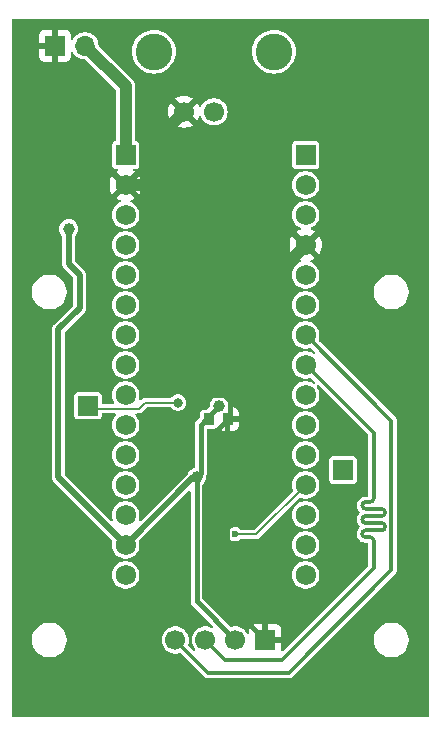
<source format=gbl>
G04 #@! TF.GenerationSoftware,KiCad,Pcbnew,7.0.5*
G04 #@! TF.CreationDate,2023-07-10T18:36:48-07:00*
G04 #@! TF.ProjectId,Breakout,42726561-6b6f-4757-942e-6b696361645f,rev?*
G04 #@! TF.SameCoordinates,Original*
G04 #@! TF.FileFunction,Copper,L2,Bot*
G04 #@! TF.FilePolarity,Positive*
%FSLAX46Y46*%
G04 Gerber Fmt 4.6, Leading zero omitted, Abs format (unit mm)*
G04 Created by KiCad (PCBNEW 7.0.5) date 2023-07-10 18:36:48*
%MOMM*%
%LPD*%
G01*
G04 APERTURE LIST*
G04 #@! TA.AperFunction,ComponentPad*
%ADD10R,1.700000X1.700000*%
G04 #@! TD*
G04 #@! TA.AperFunction,ComponentPad*
%ADD11C,1.700000*%
G04 #@! TD*
G04 #@! TA.AperFunction,ComponentPad*
%ADD12O,1.700000X1.700000*%
G04 #@! TD*
G04 #@! TA.AperFunction,ComponentPad*
%ADD13C,3.100000*%
G04 #@! TD*
G04 #@! TA.AperFunction,ComponentPad*
%ADD14R,1.725000X1.725000*%
G04 #@! TD*
G04 #@! TA.AperFunction,ComponentPad*
%ADD15C,1.725000*%
G04 #@! TD*
G04 #@! TA.AperFunction,SMDPad,CuDef*
%ADD16R,0.920000X0.980000*%
G04 #@! TD*
G04 #@! TA.AperFunction,ViaPad*
%ADD17C,1.000000*%
G04 #@! TD*
G04 #@! TA.AperFunction,ViaPad*
%ADD18C,2.000000*%
G04 #@! TD*
G04 #@! TA.AperFunction,ViaPad*
%ADD19C,0.800000*%
G04 #@! TD*
G04 #@! TA.AperFunction,ViaPad*
%ADD20C,0.600000*%
G04 #@! TD*
G04 #@! TA.AperFunction,Conductor*
%ADD21C,0.500000*%
G04 #@! TD*
G04 #@! TA.AperFunction,Conductor*
%ADD22C,0.300000*%
G04 #@! TD*
G04 #@! TA.AperFunction,Conductor*
%ADD23C,0.400000*%
G04 #@! TD*
G04 #@! TA.AperFunction,Conductor*
%ADD24C,1.000000*%
G04 #@! TD*
G04 #@! TA.AperFunction,Conductor*
%ADD25C,0.200000*%
G04 #@! TD*
G04 APERTURE END LIST*
D10*
X126532000Y-121700000D03*
D11*
X123992000Y-121700000D03*
X121452000Y-121700000D03*
X118912000Y-121700000D03*
D10*
X111506000Y-101854000D03*
X133100000Y-107300000D03*
X108712000Y-71374000D03*
D12*
X111252000Y-71374000D03*
D13*
X127254000Y-71882000D03*
X117094000Y-71882000D03*
D11*
X122174000Y-76962000D03*
X119634000Y-76962000D03*
D14*
X129942000Y-80619500D03*
D15*
X129942000Y-83159500D03*
X129942000Y-85699500D03*
X129942000Y-88239500D03*
X129942000Y-90779500D03*
X129942000Y-93319500D03*
X129942000Y-95859500D03*
X129942000Y-98399500D03*
X129942000Y-100939500D03*
X129942000Y-103479500D03*
X129942000Y-106019500D03*
X129942000Y-108559500D03*
X129942000Y-111099500D03*
X129942000Y-113639500D03*
X129942000Y-116179500D03*
X114702000Y-116179500D03*
X114702000Y-113639500D03*
X114702000Y-111099500D03*
X114702000Y-108559500D03*
X114702000Y-106019500D03*
X114702000Y-103479500D03*
X114702000Y-100939500D03*
X114702000Y-98399500D03*
X114702000Y-95859500D03*
X114702000Y-93319500D03*
X114702000Y-90779500D03*
X114702000Y-88239500D03*
X114702000Y-85699500D03*
X114702000Y-83159500D03*
D14*
X114702000Y-80619500D03*
D16*
X123325000Y-103000000D03*
X121775000Y-103000000D03*
D17*
X122620000Y-101850000D03*
X109871000Y-86871000D03*
X120700000Y-107925000D03*
X122587500Y-104512500D03*
X119200000Y-99825000D03*
D18*
X118600000Y-92400000D03*
X126425000Y-92350000D03*
D19*
X119126000Y-101600000D03*
D20*
X123975000Y-112750000D03*
D21*
X109900000Y-86900000D02*
X109871000Y-86871000D01*
X109900000Y-89900000D02*
X109900000Y-86900000D01*
X110800000Y-93600000D02*
X110800000Y-90800000D01*
X110800000Y-90800000D02*
X109900000Y-89900000D01*
X109000000Y-95400000D02*
X110800000Y-93600000D01*
X109000000Y-107937500D02*
X109000000Y-95400000D01*
X114702000Y-113639500D02*
X109000000Y-107937500D01*
D22*
X118912000Y-121700000D02*
X121712000Y-124500000D01*
X128500000Y-124500000D02*
X137200000Y-115800000D01*
X121712000Y-124500000D02*
X128500000Y-124500000D01*
X137200000Y-103117500D02*
X129942000Y-95859500D01*
X137200000Y-115800000D02*
X137200000Y-103117500D01*
X135700000Y-111200000D02*
X135022349Y-111200000D01*
X135400000Y-110000000D02*
X135022346Y-110000000D01*
X127900000Y-123400000D02*
X123152000Y-123400000D01*
X135400000Y-110600000D02*
X136377654Y-110600000D01*
X135022349Y-111800000D02*
X135700000Y-111800000D01*
X135700000Y-113300000D02*
X135700000Y-114394033D01*
X123152000Y-123400000D02*
X121452000Y-121700000D01*
X135022346Y-110600000D02*
X135400000Y-110600000D01*
X136377654Y-111200000D02*
X135700000Y-111200000D01*
X136377650Y-112400000D02*
X135700000Y-112400000D01*
X135700000Y-104157500D02*
X135700000Y-109700000D01*
X135022346Y-113000000D02*
X135400000Y-113000000D01*
X129942000Y-98399500D02*
X135700000Y-104157500D01*
X135700000Y-114394033D02*
X135700000Y-115600000D01*
X135700000Y-112400000D02*
X135022346Y-112400000D01*
X135700000Y-115600000D02*
X127900000Y-123400000D01*
X135700000Y-111800000D02*
X136377650Y-111800000D01*
X136677600Y-112100000D02*
G75*
G03*
X136377650Y-111800000I-300000J0D01*
G01*
X135022346Y-110000046D02*
G75*
G03*
X134722346Y-110300000I-46J-299954D01*
G01*
X136677700Y-110900000D02*
G75*
G03*
X136377654Y-110600000I-300000J0D01*
G01*
X134722300Y-112700000D02*
G75*
G03*
X135022346Y-113000000I300000J0D01*
G01*
X135700000Y-113300000D02*
G75*
G03*
X135400000Y-113000000I-300000J0D01*
G01*
X136377650Y-112400050D02*
G75*
G03*
X136677650Y-112100000I-50J300050D01*
G01*
X135022349Y-111200049D02*
G75*
G03*
X134722349Y-111500000I-49J-299951D01*
G01*
X134722300Y-111500000D02*
G75*
G03*
X135022349Y-111800000I300000J0D01*
G01*
X135022346Y-112400046D02*
G75*
G03*
X134722346Y-112700000I-46J-299954D01*
G01*
X135400000Y-110000000D02*
G75*
G03*
X135700000Y-109700000I0J300000D01*
G01*
X134722300Y-110300000D02*
G75*
G03*
X135022346Y-110600000I300000J0D01*
G01*
X136377654Y-111199954D02*
G75*
G03*
X136677654Y-110900000I46J299954D01*
G01*
D23*
X123992000Y-121700000D02*
X120700000Y-118408000D01*
X121775000Y-102695000D02*
X122620000Y-101850000D01*
X121526472Y-103000000D02*
X121775000Y-103000000D01*
D21*
X120416500Y-107925000D02*
X120700000Y-107925000D01*
D23*
X121075000Y-107550000D02*
X121075000Y-103451472D01*
X120700000Y-118408000D02*
X120700000Y-107925000D01*
X120700000Y-107925000D02*
X121075000Y-107550000D01*
X121775000Y-103000000D02*
X121775000Y-102695000D01*
X121075000Y-103451472D02*
X121526472Y-103000000D01*
D21*
X114702000Y-113639500D02*
X120416500Y-107925000D01*
D24*
X111252000Y-71374000D02*
X114702000Y-74824000D01*
X114702000Y-74824000D02*
X114702000Y-80619500D01*
D23*
X123520000Y-101477207D02*
X123520000Y-102805000D01*
X122992793Y-100950000D02*
X123520000Y-101477207D01*
D24*
X126425000Y-92350000D02*
X126425000Y-91756500D01*
D23*
X126375000Y-92400000D02*
X126425000Y-92350000D01*
X123520000Y-102805000D02*
X123325000Y-103000000D01*
X122587500Y-104512500D02*
X122587500Y-103737500D01*
D24*
X126425000Y-91756500D02*
X129942000Y-88239500D01*
D23*
X126425000Y-92350000D02*
X126275000Y-92500000D01*
X123275000Y-118443000D02*
X126532000Y-121700000D01*
D24*
X118600000Y-92400000D02*
X126375000Y-92400000D01*
X118600000Y-77996000D02*
X119634000Y-76962000D01*
D21*
X119200000Y-99825000D02*
X119200000Y-93000000D01*
D23*
X120325000Y-100950000D02*
X119200000Y-99825000D01*
X119200000Y-93000000D02*
X118600000Y-92400000D01*
X123275000Y-105200000D02*
X123275000Y-118443000D01*
X122992793Y-100950000D02*
X120325000Y-100950000D01*
X122587500Y-104512500D02*
X123275000Y-105200000D01*
D24*
X118600000Y-92400000D02*
X118600000Y-77996000D01*
X118600000Y-83200000D02*
X114742500Y-83200000D01*
X114742500Y-83200000D02*
X114702000Y-83159500D01*
D23*
X122587500Y-103737500D02*
X123325000Y-103000000D01*
D25*
X116332000Y-101600000D02*
X115824000Y-102108000D01*
X119126000Y-101600000D02*
X116332000Y-101600000D01*
X115824000Y-102108000D02*
X111760000Y-102108000D01*
X111760000Y-102108000D02*
X111506000Y-101854000D01*
X123975000Y-112750000D02*
X125751500Y-112750000D01*
X125751500Y-112750000D02*
X129942000Y-108559500D01*
G04 #@! TA.AperFunction,Conductor*
G36*
X140358691Y-69095407D02*
G01*
X140394655Y-69144907D01*
X140399500Y-69175500D01*
X140399500Y-128140500D01*
X140380593Y-128198691D01*
X140331093Y-128234655D01*
X140300500Y-128239500D01*
X105149500Y-128239500D01*
X105091309Y-128220593D01*
X105055345Y-128171093D01*
X105050500Y-128140500D01*
X105050500Y-121822429D01*
X106766500Y-121822429D01*
X106787787Y-121950000D01*
X106806802Y-122063948D01*
X106845395Y-122176365D01*
X106886308Y-122295542D01*
X107002847Y-122510886D01*
X107002849Y-122510889D01*
X107081463Y-122611892D01*
X107153242Y-122704113D01*
X107333390Y-122869951D01*
X107538378Y-123003876D01*
X107762612Y-123102235D01*
X107999978Y-123162344D01*
X108182886Y-123177500D01*
X108182894Y-123177500D01*
X108305106Y-123177500D01*
X108305114Y-123177500D01*
X108488022Y-123162344D01*
X108725388Y-123102235D01*
X108949622Y-123003876D01*
X109154610Y-122869951D01*
X109334758Y-122704113D01*
X109485153Y-122510886D01*
X109601693Y-122295539D01*
X109681198Y-122063948D01*
X109721500Y-121822429D01*
X109721500Y-121577571D01*
X109681198Y-121336052D01*
X109601693Y-121104461D01*
X109594811Y-121091745D01*
X109502732Y-120921597D01*
X109485153Y-120889114D01*
X109334758Y-120695887D01*
X109154610Y-120530049D01*
X108949622Y-120396124D01*
X108725388Y-120297765D01*
X108644894Y-120277381D01*
X108488020Y-120237655D01*
X108305123Y-120222500D01*
X108305114Y-120222500D01*
X108182886Y-120222500D01*
X108182876Y-120222500D01*
X107999979Y-120237655D01*
X107762612Y-120297765D01*
X107628937Y-120356401D01*
X107538378Y-120396124D01*
X107442161Y-120458984D01*
X107333391Y-120530048D01*
X107333389Y-120530049D01*
X107333390Y-120530049D01*
X107174423Y-120676389D01*
X107153239Y-120695890D01*
X107002849Y-120889110D01*
X107002847Y-120889113D01*
X106886308Y-121104457D01*
X106806801Y-121336055D01*
X106766500Y-121577570D01*
X106766500Y-121822429D01*
X105050500Y-121822429D01*
X105050500Y-116179499D01*
X113534018Y-116179499D01*
X113553905Y-116394117D01*
X113612889Y-116601424D01*
X113708959Y-116794358D01*
X113708960Y-116794359D01*
X113708962Y-116794363D01*
X113838851Y-116966364D01*
X113998134Y-117111570D01*
X114181386Y-117225035D01*
X114382367Y-117302895D01*
X114594232Y-117342500D01*
X114809768Y-117342500D01*
X115021633Y-117302895D01*
X115222614Y-117225035D01*
X115405866Y-117111570D01*
X115565149Y-116966364D01*
X115695038Y-116794363D01*
X115791111Y-116601424D01*
X115850095Y-116394116D01*
X115869982Y-116179500D01*
X115850095Y-115964884D01*
X115791111Y-115757576D01*
X115695038Y-115564637D01*
X115565149Y-115392636D01*
X115405866Y-115247430D01*
X115222614Y-115133965D01*
X115021633Y-115056105D01*
X115021632Y-115056104D01*
X115021630Y-115056104D01*
X114809768Y-115016500D01*
X114594232Y-115016500D01*
X114382369Y-115056104D01*
X114181385Y-115133965D01*
X114181380Y-115133968D01*
X113998138Y-115247427D01*
X113998136Y-115247428D01*
X113998134Y-115247430D01*
X113861062Y-115372388D01*
X113838852Y-115392635D01*
X113708959Y-115564641D01*
X113612889Y-115757575D01*
X113553905Y-115964882D01*
X113534018Y-116179499D01*
X105050500Y-116179499D01*
X105050500Y-95418972D01*
X108444648Y-95418972D01*
X108447855Y-95437575D01*
X108448060Y-95438759D01*
X108449500Y-95455582D01*
X108449500Y-107927265D01*
X108449471Y-107928955D01*
X108447238Y-107994323D01*
X108447238Y-107994327D01*
X108457867Y-108037941D01*
X108458814Y-108042923D01*
X108464930Y-108087421D01*
X108464930Y-108087422D01*
X108472931Y-108105841D01*
X108478313Y-108121845D01*
X108483065Y-108141346D01*
X108483068Y-108141354D01*
X108505075Y-108180495D01*
X108507331Y-108185036D01*
X108525220Y-108226221D01*
X108537891Y-108241795D01*
X108547391Y-108255753D01*
X108557232Y-108273257D01*
X108588992Y-108305018D01*
X108592387Y-108308780D01*
X108620722Y-108343608D01*
X108637124Y-108355186D01*
X108650036Y-108366061D01*
X113547089Y-113263114D01*
X113574866Y-113317631D01*
X113572306Y-113360210D01*
X113553905Y-113424882D01*
X113534018Y-113639500D01*
X113553905Y-113854117D01*
X113612889Y-114061424D01*
X113708959Y-114254358D01*
X113708960Y-114254359D01*
X113708962Y-114254363D01*
X113838851Y-114426364D01*
X113998134Y-114571570D01*
X114181386Y-114685035D01*
X114382367Y-114762895D01*
X114594232Y-114802500D01*
X114809768Y-114802500D01*
X115021633Y-114762895D01*
X115222614Y-114685035D01*
X115405866Y-114571570D01*
X115565149Y-114426364D01*
X115695038Y-114254363D01*
X115791111Y-114061424D01*
X115850095Y-113854116D01*
X115869982Y-113639500D01*
X115850095Y-113424884D01*
X115831693Y-113360208D01*
X115833954Y-113299066D01*
X115856908Y-113263115D01*
X120030498Y-109089525D01*
X120085013Y-109061750D01*
X120145445Y-109071321D01*
X120188710Y-109114586D01*
X120199500Y-109159531D01*
X120199500Y-118343542D01*
X120197238Y-118364585D01*
X120195641Y-118371926D01*
X120199374Y-118424118D01*
X120199500Y-118427651D01*
X120199500Y-118443799D01*
X120201798Y-118459788D01*
X120202176Y-118463301D01*
X120205908Y-118515483D01*
X120208533Y-118522520D01*
X120213764Y-118543014D01*
X120214834Y-118550454D01*
X120214835Y-118550458D01*
X120236569Y-118598049D01*
X120237921Y-118601314D01*
X120256202Y-118650327D01*
X120256203Y-118650328D01*
X120256204Y-118650331D01*
X120259918Y-118655293D01*
X120260708Y-118656348D01*
X120271501Y-118674538D01*
X120274623Y-118681373D01*
X120308888Y-118720917D01*
X120311080Y-118723636D01*
X120320779Y-118736593D01*
X120320781Y-118736595D01*
X120332211Y-118748026D01*
X120334610Y-118750603D01*
X120368872Y-118790143D01*
X120368873Y-118790144D01*
X120375183Y-118794199D01*
X120391666Y-118807480D01*
X122106399Y-120522213D01*
X122134176Y-120576730D01*
X122124605Y-120637162D01*
X122081340Y-120680427D01*
X122020908Y-120689998D01*
X121984279Y-120676389D01*
X121967021Y-120665703D01*
X121967019Y-120665702D01*
X121817842Y-120607911D01*
X121768198Y-120588679D01*
X121768197Y-120588678D01*
X121768195Y-120588678D01*
X121558610Y-120549500D01*
X121345390Y-120549500D01*
X121135804Y-120588678D01*
X120936980Y-120665702D01*
X120936975Y-120665705D01*
X120755699Y-120777946D01*
X120755692Y-120777952D01*
X120598135Y-120921586D01*
X120598131Y-120921589D01*
X120598128Y-120921593D01*
X120598124Y-120921597D01*
X120598125Y-120921597D01*
X120469635Y-121091743D01*
X120469630Y-121091752D01*
X120374596Y-121282608D01*
X120316244Y-121487688D01*
X120307915Y-121577571D01*
X120296571Y-121700000D01*
X120316244Y-121912310D01*
X120374595Y-122117389D01*
X120469634Y-122308255D01*
X120573281Y-122445505D01*
X120573283Y-122445507D01*
X120593262Y-122503338D01*
X120575433Y-122561869D01*
X120526607Y-122598741D01*
X120465432Y-122599872D01*
X120424275Y-122575172D01*
X120025468Y-122176365D01*
X119997691Y-122121848D01*
X120000250Y-122079270D01*
X120047756Y-121912310D01*
X120067429Y-121700000D01*
X120047756Y-121487690D01*
X119989405Y-121282611D01*
X119894366Y-121091745D01*
X119765872Y-120921593D01*
X119634878Y-120802175D01*
X119608307Y-120777952D01*
X119608300Y-120777946D01*
X119427024Y-120665705D01*
X119427019Y-120665702D01*
X119277842Y-120607911D01*
X119228198Y-120588679D01*
X119228197Y-120588678D01*
X119228195Y-120588678D01*
X119018610Y-120549500D01*
X118805390Y-120549500D01*
X118595804Y-120588678D01*
X118396980Y-120665702D01*
X118396975Y-120665705D01*
X118215699Y-120777946D01*
X118215692Y-120777952D01*
X118058135Y-120921586D01*
X118058131Y-120921589D01*
X118058128Y-120921593D01*
X118058124Y-120921597D01*
X118058125Y-120921597D01*
X117929635Y-121091743D01*
X117929630Y-121091752D01*
X117834596Y-121282608D01*
X117776244Y-121487688D01*
X117767915Y-121577571D01*
X117756571Y-121700000D01*
X117776244Y-121912310D01*
X117834595Y-122117389D01*
X117929634Y-122308255D01*
X118058128Y-122478407D01*
X118058135Y-122478413D01*
X118215692Y-122622047D01*
X118215699Y-122622053D01*
X118280954Y-122662457D01*
X118396981Y-122734298D01*
X118595802Y-122811321D01*
X118805390Y-122850500D01*
X119018610Y-122850500D01*
X119228198Y-122811321D01*
X119281943Y-122790499D01*
X119343032Y-122787110D01*
X119387708Y-122812811D01*
X121373592Y-124798696D01*
X121377294Y-124802838D01*
X121402121Y-124833970D01*
X121450509Y-124866961D01*
X121452018Y-124868032D01*
X121463391Y-124876425D01*
X121499118Y-124902793D01*
X121499121Y-124902794D01*
X121505677Y-124906259D01*
X121505469Y-124906651D01*
X121507450Y-124907651D01*
X121507643Y-124907253D01*
X121514327Y-124910472D01*
X121570292Y-124927734D01*
X121572043Y-124928310D01*
X121627301Y-124947646D01*
X121634593Y-124949026D01*
X121634510Y-124949460D01*
X121636693Y-124949830D01*
X121636759Y-124949394D01*
X121644098Y-124950500D01*
X121702642Y-124950500D01*
X121704492Y-124950535D01*
X121727542Y-124951396D01*
X121763010Y-124952724D01*
X121763016Y-124952722D01*
X121770385Y-124951893D01*
X121770434Y-124952331D01*
X121784344Y-124950500D01*
X128471913Y-124950500D01*
X128477459Y-124950811D01*
X128517035Y-124955270D01*
X128574584Y-124944380D01*
X128576400Y-124944072D01*
X128634287Y-124935348D01*
X128634290Y-124935346D01*
X128641381Y-124933159D01*
X128641512Y-124933584D01*
X128643613Y-124932892D01*
X128643467Y-124932473D01*
X128650463Y-124930024D01*
X128650472Y-124930023D01*
X128687463Y-124910472D01*
X128702252Y-124902656D01*
X128703906Y-124901821D01*
X128724056Y-124892116D01*
X128756642Y-124876425D01*
X128756646Y-124876421D01*
X128762778Y-124872242D01*
X128763028Y-124872609D01*
X128764832Y-124871329D01*
X128764568Y-124870971D01*
X128770530Y-124866569D01*
X128770538Y-124866566D01*
X128811997Y-124825105D01*
X128813249Y-124823900D01*
X128856194Y-124784055D01*
X128856196Y-124784051D01*
X128860823Y-124778251D01*
X128861168Y-124778526D01*
X128869704Y-124767398D01*
X131814673Y-121822429D01*
X135722500Y-121822429D01*
X135743787Y-121950000D01*
X135762802Y-122063948D01*
X135801395Y-122176365D01*
X135842308Y-122295542D01*
X135958847Y-122510886D01*
X135958849Y-122510889D01*
X136037463Y-122611892D01*
X136109242Y-122704113D01*
X136289390Y-122869951D01*
X136494378Y-123003876D01*
X136718612Y-123102235D01*
X136955978Y-123162344D01*
X137138886Y-123177500D01*
X137138894Y-123177500D01*
X137261106Y-123177500D01*
X137261114Y-123177500D01*
X137444022Y-123162344D01*
X137681388Y-123102235D01*
X137905622Y-123003876D01*
X138110610Y-122869951D01*
X138290758Y-122704113D01*
X138441153Y-122510886D01*
X138557693Y-122295539D01*
X138637198Y-122063948D01*
X138677500Y-121822429D01*
X138677500Y-121577571D01*
X138637198Y-121336052D01*
X138557693Y-121104461D01*
X138550811Y-121091745D01*
X138458732Y-120921597D01*
X138441153Y-120889114D01*
X138290758Y-120695887D01*
X138110610Y-120530049D01*
X137905622Y-120396124D01*
X137681388Y-120297765D01*
X137600894Y-120277381D01*
X137444020Y-120237655D01*
X137261123Y-120222500D01*
X137261114Y-120222500D01*
X137138886Y-120222500D01*
X137138876Y-120222500D01*
X136955979Y-120237655D01*
X136718612Y-120297765D01*
X136584937Y-120356401D01*
X136494378Y-120396124D01*
X136398161Y-120458985D01*
X136289391Y-120530048D01*
X136289389Y-120530049D01*
X136289390Y-120530049D01*
X136130423Y-120676389D01*
X136109239Y-120695890D01*
X135958849Y-120889110D01*
X135958847Y-120889113D01*
X135842308Y-121104457D01*
X135762801Y-121336055D01*
X135722500Y-121577570D01*
X135722500Y-121822429D01*
X131814673Y-121822429D01*
X137498699Y-116138402D01*
X137502830Y-116134710D01*
X137533970Y-116109879D01*
X137566985Y-116061453D01*
X137568036Y-116059974D01*
X137602793Y-116012882D01*
X137602795Y-116012876D01*
X137606263Y-116006316D01*
X137606655Y-116006523D01*
X137607651Y-116004550D01*
X137607252Y-116004358D01*
X137610468Y-115997677D01*
X137610472Y-115997673D01*
X137627734Y-115941704D01*
X137628311Y-115939953D01*
X137647646Y-115884698D01*
X137649026Y-115877407D01*
X137649460Y-115877489D01*
X137649832Y-115875303D01*
X137649394Y-115875237D01*
X137650500Y-115867900D01*
X137650500Y-115809357D01*
X137650535Y-115807507D01*
X137651385Y-115784752D01*
X137652724Y-115748990D01*
X137652722Y-115748982D01*
X137651893Y-115741618D01*
X137652331Y-115741568D01*
X137650500Y-115727657D01*
X137650500Y-103145585D01*
X137650811Y-103140038D01*
X137655270Y-103100465D01*
X137644381Y-103042917D01*
X137644071Y-103041091D01*
X137635348Y-102983215D01*
X137635348Y-102983213D01*
X137635346Y-102983209D01*
X137633160Y-102976122D01*
X137633582Y-102975991D01*
X137632890Y-102973888D01*
X137632474Y-102974034D01*
X137630022Y-102967025D01*
X137602655Y-102915247D01*
X137601848Y-102913650D01*
X137576425Y-102860858D01*
X137576423Y-102860856D01*
X137572247Y-102854730D01*
X137572610Y-102854482D01*
X137571324Y-102852668D01*
X137570970Y-102852930D01*
X137566567Y-102846965D01*
X137566566Y-102846962D01*
X137552757Y-102833153D01*
X137525143Y-102805538D01*
X137523859Y-102804205D01*
X137523814Y-102804157D01*
X137484055Y-102761306D01*
X137484051Y-102761303D01*
X137478259Y-102756685D01*
X137478533Y-102756340D01*
X137467400Y-102747796D01*
X131065585Y-96345982D01*
X131037808Y-96291465D01*
X131040367Y-96248889D01*
X131090095Y-96074116D01*
X131109982Y-95859500D01*
X131090095Y-95644884D01*
X131031111Y-95437576D01*
X130935038Y-95244637D01*
X130805149Y-95072636D01*
X130645866Y-94927430D01*
X130462614Y-94813965D01*
X130261633Y-94736105D01*
X130261632Y-94736104D01*
X130261630Y-94736104D01*
X130049768Y-94696500D01*
X129834232Y-94696500D01*
X129622369Y-94736104D01*
X129421385Y-94813965D01*
X129421380Y-94813968D01*
X129238138Y-94927427D01*
X129238136Y-94927428D01*
X129238134Y-94927430D01*
X129078851Y-95072636D01*
X129037300Y-95127659D01*
X128948959Y-95244641D01*
X128852889Y-95437575D01*
X128793905Y-95644882D01*
X128774018Y-95859500D01*
X128793905Y-96074117D01*
X128852889Y-96281424D01*
X128948959Y-96474358D01*
X128948960Y-96474359D01*
X128948962Y-96474363D01*
X129078851Y-96646364D01*
X129238134Y-96791570D01*
X129421386Y-96905035D01*
X129622367Y-96982895D01*
X129834232Y-97022500D01*
X130049768Y-97022500D01*
X130261633Y-96982895D01*
X130321603Y-96959661D01*
X130382693Y-96956272D01*
X130427369Y-96981973D01*
X130743471Y-97298075D01*
X130771248Y-97352592D01*
X130761677Y-97413024D01*
X130718412Y-97456289D01*
X130657980Y-97465860D01*
X130621350Y-97452250D01*
X130462619Y-97353968D01*
X130462614Y-97353965D01*
X130261630Y-97276104D01*
X130049768Y-97236500D01*
X129834232Y-97236500D01*
X129622369Y-97276104D01*
X129421385Y-97353965D01*
X129421380Y-97353968D01*
X129238138Y-97467427D01*
X129238136Y-97467428D01*
X129238134Y-97467430D01*
X129132638Y-97563603D01*
X129078852Y-97612635D01*
X128948959Y-97784641D01*
X128852889Y-97977575D01*
X128793905Y-98184882D01*
X128774018Y-98399499D01*
X128793905Y-98614117D01*
X128852889Y-98821424D01*
X128948959Y-99014358D01*
X128948960Y-99014359D01*
X128948962Y-99014363D01*
X129078851Y-99186364D01*
X129238134Y-99331570D01*
X129421386Y-99445035D01*
X129622367Y-99522895D01*
X129834232Y-99562500D01*
X130049768Y-99562500D01*
X130261633Y-99522895D01*
X130321603Y-99499661D01*
X130382693Y-99496272D01*
X130427369Y-99521973D01*
X130743471Y-99838075D01*
X130771248Y-99892592D01*
X130761677Y-99953024D01*
X130718412Y-99996289D01*
X130657980Y-100005860D01*
X130621350Y-99992250D01*
X130462619Y-99893968D01*
X130462614Y-99893965D01*
X130261630Y-99816104D01*
X130049768Y-99776500D01*
X129834232Y-99776500D01*
X129622369Y-99816104D01*
X129421385Y-99893965D01*
X129421380Y-99893968D01*
X129238138Y-100007427D01*
X129238136Y-100007428D01*
X129238134Y-100007430D01*
X129132638Y-100103603D01*
X129078852Y-100152635D01*
X128948959Y-100324641D01*
X128852889Y-100517575D01*
X128793905Y-100724882D01*
X128774018Y-100939500D01*
X128793905Y-101154117D01*
X128852889Y-101361424D01*
X128948959Y-101554358D01*
X128948960Y-101554359D01*
X128948962Y-101554363D01*
X129078851Y-101726364D01*
X129238134Y-101871570D01*
X129421386Y-101985035D01*
X129622367Y-102062895D01*
X129834232Y-102102500D01*
X130049768Y-102102500D01*
X130261633Y-102062895D01*
X130462614Y-101985035D01*
X130645866Y-101871570D01*
X130805149Y-101726364D01*
X130935038Y-101554363D01*
X131031111Y-101361424D01*
X131090095Y-101154116D01*
X131109982Y-100939500D01*
X131090095Y-100724884D01*
X131031111Y-100517576D01*
X130935040Y-100324641D01*
X130935041Y-100324641D01*
X130935038Y-100324637D01*
X130884690Y-100257965D01*
X130864712Y-100200137D01*
X130882541Y-100141606D01*
X130931367Y-100104734D01*
X130992542Y-100103603D01*
X131033699Y-100128303D01*
X135220504Y-104315107D01*
X135248281Y-104369624D01*
X135249500Y-104385111D01*
X135249500Y-109450500D01*
X135230593Y-109508691D01*
X135181093Y-109544655D01*
X135150500Y-109549500D01*
X134987272Y-109549500D01*
X134986174Y-109549540D01*
X134948499Y-109549535D01*
X134948487Y-109549536D01*
X134803495Y-109578356D01*
X134666897Y-109634919D01*
X134543962Y-109717044D01*
X134543959Y-109717046D01*
X134439414Y-109821575D01*
X134357274Y-109944491D01*
X134300693Y-110081078D01*
X134300690Y-110081087D01*
X134271846Y-110226079D01*
X134271846Y-110258946D01*
X134271799Y-110259090D01*
X134271800Y-110373920D01*
X134271801Y-110373929D01*
X134293825Y-110484637D01*
X134300648Y-110518933D01*
X134340653Y-110615504D01*
X134357234Y-110655530D01*
X134439377Y-110778449D01*
X134439384Y-110778459D01*
X134490959Y-110830025D01*
X134518741Y-110884539D01*
X134509174Y-110944972D01*
X134490959Y-110970043D01*
X134439423Y-111021571D01*
X134357277Y-111144491D01*
X134357274Y-111144498D01*
X134300699Y-111281065D01*
X134300693Y-111281085D01*
X134271849Y-111426078D01*
X134271849Y-111458943D01*
X134271799Y-111459096D01*
X134271800Y-111573919D01*
X134271801Y-111573928D01*
X134300646Y-111718928D01*
X134300651Y-111718944D01*
X134357232Y-111855527D01*
X134377840Y-111886364D01*
X134439383Y-111978457D01*
X134439384Y-111978458D01*
X134439385Y-111978459D01*
X134490957Y-112030023D01*
X134518739Y-112084537D01*
X134509172Y-112144970D01*
X134490957Y-112170041D01*
X134439414Y-112221575D01*
X134357274Y-112344491D01*
X134300693Y-112481078D01*
X134300690Y-112481087D01*
X134271846Y-112626079D01*
X134271846Y-112658946D01*
X134271799Y-112659090D01*
X134271800Y-112773920D01*
X134271801Y-112773929D01*
X134300646Y-112918925D01*
X134300648Y-112918933D01*
X134329005Y-112987385D01*
X134357234Y-113055530D01*
X134420699Y-113150499D01*
X134439381Y-113178455D01*
X134543935Y-113282992D01*
X134666875Y-113365122D01*
X134666881Y-113365124D01*
X134666882Y-113365125D01*
X134803477Y-113421686D01*
X134803476Y-113421686D01*
X134948483Y-113450509D01*
X134948486Y-113450509D01*
X134948490Y-113450510D01*
X134948492Y-113450509D01*
X134948493Y-113450510D01*
X135022421Y-113450500D01*
X135150500Y-113450500D01*
X135208691Y-113469407D01*
X135244655Y-113518907D01*
X135249500Y-113549500D01*
X135249500Y-115372388D01*
X135230593Y-115430579D01*
X135220504Y-115442392D01*
X128051004Y-122611892D01*
X127996487Y-122639669D01*
X127936055Y-122630098D01*
X127892790Y-122586833D01*
X127882000Y-122541888D01*
X127882000Y-121950001D01*
X127881999Y-121950000D01*
X126965686Y-121950000D01*
X126991493Y-121909844D01*
X127032000Y-121771889D01*
X127032000Y-121628111D01*
X126991493Y-121490156D01*
X126965686Y-121450000D01*
X127881999Y-121450000D01*
X127882000Y-121449999D01*
X127882000Y-120802175D01*
X127875598Y-120742629D01*
X127875596Y-120742618D01*
X127825353Y-120607911D01*
X127825352Y-120607909D01*
X127739192Y-120492815D01*
X127739184Y-120492807D01*
X127624090Y-120406647D01*
X127624088Y-120406646D01*
X127489381Y-120356403D01*
X127489370Y-120356401D01*
X127429824Y-120350000D01*
X126782001Y-120350000D01*
X126782000Y-120350001D01*
X126782000Y-121264498D01*
X126674315Y-121215320D01*
X126567763Y-121200000D01*
X126496237Y-121200000D01*
X126389685Y-121215320D01*
X126282000Y-121264498D01*
X126282000Y-120350001D01*
X126281999Y-120350000D01*
X125634176Y-120350000D01*
X125574629Y-120356401D01*
X125574618Y-120356403D01*
X125439911Y-120406646D01*
X125439909Y-120406647D01*
X125324815Y-120492807D01*
X125324807Y-120492815D01*
X125238647Y-120607909D01*
X125238646Y-120607911D01*
X125188403Y-120742618D01*
X125188401Y-120742629D01*
X125181999Y-120802175D01*
X125181999Y-121087808D01*
X125163091Y-121145999D01*
X125113591Y-121181963D01*
X125052406Y-121181962D01*
X125002906Y-121145998D01*
X124994382Y-121131944D01*
X124974366Y-121091745D01*
X124845872Y-120921593D01*
X124714878Y-120802175D01*
X124688307Y-120777952D01*
X124688300Y-120777946D01*
X124507024Y-120665705D01*
X124507019Y-120665702D01*
X124357842Y-120607911D01*
X124308198Y-120588679D01*
X124308197Y-120588678D01*
X124308195Y-120588678D01*
X124098610Y-120549500D01*
X123885390Y-120549500D01*
X123675802Y-120588678D01*
X123673022Y-120589756D01*
X123671771Y-120589825D01*
X123671397Y-120589932D01*
X123671372Y-120589847D01*
X123611931Y-120593144D01*
X123567258Y-120567444D01*
X121229496Y-118229682D01*
X121201719Y-118175165D01*
X121200500Y-118159678D01*
X121200500Y-116179500D01*
X128774018Y-116179500D01*
X128793905Y-116394117D01*
X128852889Y-116601424D01*
X128948959Y-116794358D01*
X128948960Y-116794359D01*
X128948962Y-116794363D01*
X129078851Y-116966364D01*
X129238134Y-117111570D01*
X129421386Y-117225035D01*
X129622367Y-117302895D01*
X129834232Y-117342500D01*
X130049768Y-117342500D01*
X130261633Y-117302895D01*
X130462614Y-117225035D01*
X130645866Y-117111570D01*
X130805149Y-116966364D01*
X130935038Y-116794363D01*
X131031111Y-116601424D01*
X131090095Y-116394116D01*
X131109982Y-116179500D01*
X131090095Y-115964884D01*
X131031111Y-115757576D01*
X130935038Y-115564637D01*
X130805149Y-115392636D01*
X130645866Y-115247430D01*
X130462614Y-115133965D01*
X130261633Y-115056105D01*
X130261632Y-115056104D01*
X130261630Y-115056104D01*
X130049768Y-115016500D01*
X129834232Y-115016500D01*
X129622369Y-115056104D01*
X129421385Y-115133965D01*
X129421380Y-115133968D01*
X129238138Y-115247427D01*
X129238136Y-115247428D01*
X129238134Y-115247430D01*
X129101062Y-115372388D01*
X129078852Y-115392635D01*
X128948959Y-115564641D01*
X128852889Y-115757575D01*
X128793905Y-115964882D01*
X128774018Y-116179500D01*
X121200500Y-116179500D01*
X121200500Y-113639499D01*
X128774018Y-113639499D01*
X128793905Y-113854117D01*
X128852889Y-114061424D01*
X128948959Y-114254358D01*
X128948960Y-114254359D01*
X128948962Y-114254363D01*
X129078851Y-114426364D01*
X129238134Y-114571570D01*
X129421386Y-114685035D01*
X129622367Y-114762895D01*
X129834232Y-114802500D01*
X130049768Y-114802500D01*
X130261633Y-114762895D01*
X130462614Y-114685035D01*
X130645866Y-114571570D01*
X130805149Y-114426364D01*
X130935038Y-114254363D01*
X131031111Y-114061424D01*
X131090095Y-113854116D01*
X131109982Y-113639500D01*
X131090095Y-113424884D01*
X131031111Y-113217576D01*
X130935038Y-113024637D01*
X130805149Y-112852636D01*
X130645866Y-112707430D01*
X130462614Y-112593965D01*
X130261633Y-112516105D01*
X130261632Y-112516104D01*
X130261630Y-112516104D01*
X130049768Y-112476500D01*
X129834232Y-112476500D01*
X129622369Y-112516104D01*
X129421385Y-112593965D01*
X129421380Y-112593968D01*
X129238138Y-112707427D01*
X129238136Y-112707428D01*
X129238134Y-112707430D01*
X129120072Y-112815058D01*
X129080860Y-112850805D01*
X129078851Y-112852636D01*
X129044041Y-112898732D01*
X128948959Y-113024641D01*
X128852889Y-113217575D01*
X128793905Y-113424882D01*
X128774018Y-113639499D01*
X121200500Y-113639499D01*
X121200500Y-113421686D01*
X121200500Y-112750000D01*
X123369318Y-112750000D01*
X123389955Y-112906758D01*
X123389957Y-112906766D01*
X123450462Y-113052838D01*
X123450462Y-113052839D01*
X123546713Y-113178276D01*
X123546718Y-113178282D01*
X123546722Y-113178285D01*
X123546723Y-113178286D01*
X123546941Y-113178453D01*
X123672159Y-113274536D01*
X123672160Y-113274536D01*
X123672161Y-113274537D01*
X123776199Y-113317631D01*
X123818238Y-113335044D01*
X123935809Y-113350522D01*
X123974999Y-113355682D01*
X123975000Y-113355682D01*
X123975001Y-113355682D01*
X124006352Y-113351554D01*
X124131762Y-113335044D01*
X124277841Y-113274536D01*
X124403059Y-113178453D01*
X124408430Y-113174332D01*
X124409490Y-113175713D01*
X124456584Y-113151719D01*
X124472071Y-113150500D01*
X125814932Y-113150500D01*
X125814933Y-113150500D01*
X125837882Y-113143043D01*
X125852965Y-113139421D01*
X125876804Y-113135646D01*
X125898302Y-113124690D01*
X125912651Y-113118748D01*
X125935590Y-113111296D01*
X125955112Y-113097111D01*
X125968349Y-113089000D01*
X125989842Y-113078050D01*
X126006761Y-113061129D01*
X126006765Y-113061127D01*
X126012406Y-113055485D01*
X126012409Y-113055484D01*
X127968392Y-111099500D01*
X128774018Y-111099500D01*
X128793905Y-111314117D01*
X128852889Y-111521424D01*
X128948959Y-111714358D01*
X128948960Y-111714359D01*
X128948962Y-111714363D01*
X129078851Y-111886364D01*
X129238134Y-112031570D01*
X129421386Y-112145035D01*
X129622367Y-112222895D01*
X129834232Y-112262500D01*
X130049768Y-112262500D01*
X130261633Y-112222895D01*
X130462614Y-112145035D01*
X130645866Y-112031570D01*
X130805149Y-111886364D01*
X130935038Y-111714363D01*
X131031111Y-111521424D01*
X131090095Y-111314116D01*
X131109982Y-111099500D01*
X131090095Y-110884884D01*
X131031111Y-110677576D01*
X130935038Y-110484637D01*
X130805149Y-110312636D01*
X130645866Y-110167430D01*
X130506427Y-110081093D01*
X130462619Y-110053968D01*
X130462614Y-110053965D01*
X130261633Y-109976105D01*
X130261632Y-109976104D01*
X130261630Y-109976104D01*
X130049768Y-109936500D01*
X129834232Y-109936500D01*
X129622369Y-109976104D01*
X129421385Y-110053965D01*
X129421380Y-110053968D01*
X129238138Y-110167427D01*
X129238136Y-110167428D01*
X129238134Y-110167430D01*
X129157774Y-110240688D01*
X129078852Y-110312635D01*
X128948959Y-110484641D01*
X128852889Y-110677575D01*
X128793905Y-110884882D01*
X128774018Y-111099500D01*
X127968392Y-111099500D01*
X129405664Y-109662227D01*
X129460179Y-109634452D01*
X129511428Y-109639918D01*
X129569021Y-109662229D01*
X129622367Y-109682895D01*
X129834232Y-109722500D01*
X130049768Y-109722500D01*
X130261633Y-109682895D01*
X130462614Y-109605035D01*
X130645866Y-109491570D01*
X130805149Y-109346364D01*
X130935038Y-109174363D01*
X131031111Y-108981424D01*
X131090095Y-108774116D01*
X131109982Y-108559500D01*
X131090095Y-108344884D01*
X131047410Y-108194860D01*
X131949500Y-108194860D01*
X131949501Y-108194863D01*
X131952414Y-108219990D01*
X131962042Y-108241795D01*
X131997794Y-108322765D01*
X132077235Y-108402206D01*
X132180009Y-108447585D01*
X132205135Y-108450500D01*
X133994864Y-108450499D01*
X134019991Y-108447585D01*
X134122765Y-108402206D01*
X134202206Y-108322765D01*
X134247585Y-108219991D01*
X134250500Y-108194865D01*
X134250499Y-106405136D01*
X134247585Y-106380009D01*
X134202206Y-106277235D01*
X134122765Y-106197794D01*
X134019991Y-106152415D01*
X134019990Y-106152414D01*
X134019988Y-106152414D01*
X133994868Y-106149500D01*
X132205139Y-106149500D01*
X132205136Y-106149501D01*
X132180009Y-106152414D01*
X132077235Y-106197794D01*
X131997794Y-106277235D01*
X131952414Y-106380011D01*
X131949500Y-106405130D01*
X131949500Y-108194860D01*
X131047410Y-108194860D01*
X131031111Y-108137576D01*
X130935038Y-107944637D01*
X130805149Y-107772636D01*
X130645866Y-107627430D01*
X130462614Y-107513965D01*
X130261633Y-107436105D01*
X130261632Y-107436104D01*
X130261630Y-107436104D01*
X130049768Y-107396500D01*
X129834232Y-107396500D01*
X129622369Y-107436104D01*
X129421385Y-107513965D01*
X129421380Y-107513968D01*
X129238138Y-107627427D01*
X129238136Y-107627428D01*
X129238134Y-107627430D01*
X129078851Y-107772636D01*
X128948962Y-107944637D01*
X128948959Y-107944641D01*
X128852889Y-108137575D01*
X128793905Y-108344882D01*
X128774018Y-108559500D01*
X128793905Y-108774117D01*
X128852889Y-108981423D01*
X128854645Y-108984950D01*
X128863655Y-109045468D01*
X128836026Y-109099079D01*
X125614603Y-112320504D01*
X125560086Y-112348281D01*
X125544599Y-112349500D01*
X124472071Y-112349500D01*
X124413880Y-112330593D01*
X124405312Y-112323276D01*
X124401699Y-112320504D01*
X124277841Y-112225464D01*
X124277840Y-112225463D01*
X124277838Y-112225462D01*
X124131766Y-112164957D01*
X124131758Y-112164955D01*
X123975001Y-112144318D01*
X123974999Y-112144318D01*
X123818241Y-112164955D01*
X123818233Y-112164957D01*
X123672161Y-112225462D01*
X123672160Y-112225462D01*
X123546723Y-112321713D01*
X123546713Y-112321723D01*
X123450462Y-112447160D01*
X123450462Y-112447161D01*
X123389957Y-112593233D01*
X123389955Y-112593241D01*
X123369318Y-112749999D01*
X123369318Y-112750000D01*
X121200500Y-112750000D01*
X121200500Y-108597581D01*
X121219406Y-108539394D01*
X121229490Y-108527587D01*
X121329816Y-108427262D01*
X121425789Y-108274522D01*
X121485368Y-108104255D01*
X121505565Y-107925000D01*
X121498697Y-107864044D01*
X121510971Y-107804103D01*
X121517826Y-107793627D01*
X121518137Y-107793210D01*
X121518796Y-107792331D01*
X121537084Y-107743295D01*
X121538432Y-107740043D01*
X121560165Y-107692457D01*
X121561233Y-107685022D01*
X121566467Y-107664515D01*
X121569091Y-107657483D01*
X121572824Y-107605272D01*
X121573199Y-107601799D01*
X121575500Y-107585799D01*
X121575500Y-107569651D01*
X121575626Y-107566118D01*
X121575765Y-107564160D01*
X121579359Y-107513927D01*
X121577762Y-107506585D01*
X121575500Y-107485542D01*
X121575500Y-106019499D01*
X128774018Y-106019499D01*
X128793905Y-106234117D01*
X128852889Y-106441424D01*
X128948959Y-106634358D01*
X128948960Y-106634359D01*
X128948962Y-106634363D01*
X129078851Y-106806364D01*
X129238134Y-106951570D01*
X129421386Y-107065035D01*
X129622367Y-107142895D01*
X129834232Y-107182500D01*
X130049768Y-107182500D01*
X130261633Y-107142895D01*
X130462614Y-107065035D01*
X130645866Y-106951570D01*
X130805149Y-106806364D01*
X130935038Y-106634363D01*
X131031111Y-106441424D01*
X131090095Y-106234116D01*
X131109982Y-106019500D01*
X131090095Y-105804884D01*
X131031111Y-105597576D01*
X130935038Y-105404637D01*
X130805149Y-105232636D01*
X130645866Y-105087430D01*
X130462614Y-104973965D01*
X130261633Y-104896105D01*
X130261632Y-104896104D01*
X130261630Y-104896104D01*
X130049768Y-104856500D01*
X129834232Y-104856500D01*
X129622369Y-104896104D01*
X129421385Y-104973965D01*
X129421380Y-104973968D01*
X129238138Y-105087427D01*
X129238136Y-105087428D01*
X129238134Y-105087430D01*
X129098008Y-105215171D01*
X129078852Y-105232635D01*
X128948959Y-105404641D01*
X128852889Y-105597575D01*
X128793905Y-105804882D01*
X128774018Y-106019499D01*
X121575500Y-106019499D01*
X121575500Y-103889499D01*
X121594407Y-103831308D01*
X121643907Y-103795344D01*
X121674500Y-103790499D01*
X122279861Y-103790499D01*
X122279864Y-103790499D01*
X122304991Y-103787585D01*
X122351845Y-103766896D01*
X122412715Y-103760688D01*
X122465609Y-103791444D01*
X122471087Y-103798132D01*
X122507807Y-103847184D01*
X122507815Y-103847192D01*
X122622909Y-103933352D01*
X122622911Y-103933353D01*
X122757618Y-103983596D01*
X122757629Y-103983598D01*
X122817176Y-103990000D01*
X123074999Y-103990000D01*
X123075000Y-103989999D01*
X123575000Y-103989999D01*
X123575001Y-103990000D01*
X123832824Y-103990000D01*
X123892370Y-103983598D01*
X123892381Y-103983596D01*
X124027088Y-103933353D01*
X124027090Y-103933352D01*
X124142184Y-103847192D01*
X124142192Y-103847184D01*
X124228352Y-103732090D01*
X124228353Y-103732088D01*
X124278596Y-103597381D01*
X124278598Y-103597370D01*
X124285000Y-103537824D01*
X124285000Y-103479500D01*
X128774018Y-103479500D01*
X128793905Y-103694117D01*
X128852889Y-103901424D01*
X128948959Y-104094358D01*
X128948960Y-104094359D01*
X128948962Y-104094363D01*
X129078851Y-104266364D01*
X129238134Y-104411570D01*
X129421386Y-104525035D01*
X129622367Y-104602895D01*
X129834232Y-104642500D01*
X130049768Y-104642500D01*
X130261633Y-104602895D01*
X130462614Y-104525035D01*
X130645866Y-104411570D01*
X130805149Y-104266364D01*
X130935038Y-104094363D01*
X131031111Y-103901424D01*
X131090095Y-103694116D01*
X131109982Y-103479500D01*
X131090095Y-103264884D01*
X131031111Y-103057576D01*
X130935038Y-102864637D01*
X130805149Y-102692636D01*
X130645866Y-102547430D01*
X130536666Y-102479816D01*
X130462619Y-102433968D01*
X130462614Y-102433965D01*
X130381726Y-102402629D01*
X130261633Y-102356105D01*
X130261632Y-102356104D01*
X130261630Y-102356104D01*
X130049768Y-102316500D01*
X129834232Y-102316500D01*
X129622369Y-102356104D01*
X129421385Y-102433965D01*
X129421380Y-102433968D01*
X129238138Y-102547427D01*
X129238136Y-102547428D01*
X129238134Y-102547430D01*
X129078851Y-102692636D01*
X128981658Y-102821340D01*
X128948959Y-102864641D01*
X128852889Y-103057575D01*
X128793905Y-103264882D01*
X128774018Y-103479500D01*
X124285000Y-103479500D01*
X124285000Y-103250001D01*
X124284999Y-103250000D01*
X123575001Y-103250000D01*
X123575000Y-103250001D01*
X123575000Y-103989999D01*
X123075000Y-103989999D01*
X123075000Y-102849000D01*
X123093907Y-102790809D01*
X123143407Y-102754845D01*
X123174000Y-102750000D01*
X124284999Y-102750000D01*
X124285000Y-102749999D01*
X124285000Y-102462175D01*
X124278598Y-102402629D01*
X124278596Y-102402618D01*
X124228353Y-102267911D01*
X124228352Y-102267909D01*
X124142192Y-102152815D01*
X124142184Y-102152807D01*
X124027090Y-102066647D01*
X124027088Y-102066646D01*
X123892381Y-102016403D01*
X123892370Y-102016401D01*
X123832824Y-102010000D01*
X123518318Y-102010000D01*
X123460127Y-101991093D01*
X123424163Y-101941593D01*
X123419941Y-101899915D01*
X123425565Y-101850003D01*
X123416424Y-101768872D01*
X123405368Y-101670745D01*
X123394292Y-101639093D01*
X123380613Y-101599998D01*
X123345789Y-101500478D01*
X123302213Y-101431128D01*
X123249818Y-101347741D01*
X123249817Y-101347740D01*
X123249816Y-101347738D01*
X123122262Y-101220184D01*
X123122259Y-101220182D01*
X123122258Y-101220181D01*
X122969523Y-101124211D01*
X122799261Y-101064633D01*
X122799257Y-101064632D01*
X122620000Y-101044435D01*
X122440742Y-101064632D01*
X122440738Y-101064633D01*
X122270477Y-101124211D01*
X122270476Y-101124211D01*
X122117741Y-101220181D01*
X121990181Y-101347741D01*
X121894211Y-101500476D01*
X121894211Y-101500477D01*
X121834633Y-101670738D01*
X121834632Y-101670742D01*
X121814435Y-101850000D01*
X121818995Y-101890477D01*
X121806720Y-101950418D01*
X121790621Y-101971563D01*
X121581680Y-102180504D01*
X121527163Y-102208281D01*
X121511676Y-102209500D01*
X121270140Y-102209500D01*
X121270135Y-102209501D01*
X121245009Y-102212414D01*
X121142235Y-102257794D01*
X121062794Y-102337235D01*
X121017414Y-102440011D01*
X121014500Y-102465130D01*
X121014500Y-102763149D01*
X120995593Y-102821340D01*
X120985503Y-102833153D01*
X120766664Y-103051991D01*
X120750194Y-103065265D01*
X120743872Y-103069328D01*
X120743868Y-103069331D01*
X120709606Y-103108873D01*
X120707199Y-103111458D01*
X120695778Y-103122879D01*
X120686089Y-103135820D01*
X120683874Y-103138569D01*
X120649622Y-103178098D01*
X120646500Y-103184935D01*
X120635712Y-103203118D01*
X120631203Y-103209141D01*
X120631202Y-103209143D01*
X120612917Y-103258167D01*
X120611565Y-103261431D01*
X120589836Y-103309012D01*
X120589834Y-103309019D01*
X120588764Y-103316457D01*
X120583536Y-103336943D01*
X120580908Y-103343989D01*
X120577176Y-103396172D01*
X120576798Y-103399684D01*
X120574500Y-103415672D01*
X120574500Y-103431819D01*
X120574374Y-103435352D01*
X120570641Y-103487545D01*
X120572237Y-103494880D01*
X120574500Y-103515928D01*
X120574500Y-107050577D01*
X120555593Y-107108768D01*
X120508198Y-107144021D01*
X120350477Y-107199211D01*
X120350476Y-107199211D01*
X120197741Y-107295181D01*
X120070181Y-107422741D01*
X119974207Y-107575484D01*
X119971795Y-107580493D01*
X119971041Y-107580129D01*
X119951082Y-107611892D01*
X115961060Y-111601913D01*
X115906543Y-111629690D01*
X115846111Y-111620119D01*
X115802846Y-111576854D01*
X115793275Y-111516422D01*
X115795830Y-111504837D01*
X115850095Y-111314116D01*
X115869982Y-111099500D01*
X115850095Y-110884884D01*
X115791111Y-110677576D01*
X115695038Y-110484637D01*
X115565149Y-110312636D01*
X115405866Y-110167430D01*
X115266427Y-110081093D01*
X115222619Y-110053968D01*
X115222614Y-110053965D01*
X115021633Y-109976105D01*
X115021632Y-109976104D01*
X115021630Y-109976104D01*
X114809768Y-109936500D01*
X114594232Y-109936500D01*
X114382369Y-109976104D01*
X114181385Y-110053965D01*
X114181380Y-110053968D01*
X113998138Y-110167427D01*
X113998136Y-110167428D01*
X113998134Y-110167430D01*
X113917774Y-110240688D01*
X113838852Y-110312635D01*
X113708959Y-110484641D01*
X113612889Y-110677575D01*
X113553905Y-110884882D01*
X113534018Y-111099500D01*
X113553905Y-111314117D01*
X113608164Y-111504818D01*
X113605903Y-111565961D01*
X113568134Y-111614098D01*
X113509284Y-111630842D01*
X113451832Y-111609797D01*
X113442939Y-111601914D01*
X111971618Y-110130593D01*
X110400525Y-108559499D01*
X113534018Y-108559499D01*
X113553905Y-108774117D01*
X113612889Y-108981424D01*
X113708959Y-109174358D01*
X113708960Y-109174359D01*
X113708962Y-109174363D01*
X113838851Y-109346364D01*
X113998134Y-109491570D01*
X114181386Y-109605035D01*
X114382367Y-109682895D01*
X114594232Y-109722500D01*
X114809768Y-109722500D01*
X115021633Y-109682895D01*
X115222614Y-109605035D01*
X115405866Y-109491570D01*
X115565149Y-109346364D01*
X115695038Y-109174363D01*
X115791111Y-108981424D01*
X115850095Y-108774116D01*
X115869982Y-108559500D01*
X115850095Y-108344884D01*
X115791111Y-108137576D01*
X115695038Y-107944637D01*
X115565149Y-107772636D01*
X115405866Y-107627430D01*
X115222614Y-107513965D01*
X115021633Y-107436105D01*
X115021632Y-107436104D01*
X115021630Y-107436104D01*
X114809768Y-107396500D01*
X114594232Y-107396500D01*
X114382369Y-107436104D01*
X114181385Y-107513965D01*
X114181380Y-107513968D01*
X113998138Y-107627427D01*
X113998136Y-107627428D01*
X113998134Y-107627430D01*
X113838851Y-107772636D01*
X113708962Y-107944637D01*
X113708959Y-107944641D01*
X113612889Y-108137575D01*
X113553905Y-108344882D01*
X113534018Y-108559499D01*
X110400525Y-108559499D01*
X109579493Y-107738467D01*
X109551718Y-107683953D01*
X109550499Y-107668478D01*
X109550499Y-106019500D01*
X113534018Y-106019500D01*
X113553905Y-106234117D01*
X113612889Y-106441424D01*
X113708959Y-106634358D01*
X113708960Y-106634359D01*
X113708962Y-106634363D01*
X113838851Y-106806364D01*
X113998134Y-106951570D01*
X114181386Y-107065035D01*
X114382367Y-107142895D01*
X114594232Y-107182500D01*
X114809768Y-107182500D01*
X115021633Y-107142895D01*
X115222614Y-107065035D01*
X115405866Y-106951570D01*
X115565149Y-106806364D01*
X115695038Y-106634363D01*
X115791111Y-106441424D01*
X115850095Y-106234116D01*
X115869982Y-106019500D01*
X115850095Y-105804884D01*
X115791111Y-105597576D01*
X115695038Y-105404637D01*
X115565149Y-105232636D01*
X115405866Y-105087430D01*
X115222614Y-104973965D01*
X115021633Y-104896105D01*
X115021632Y-104896104D01*
X115021630Y-104896104D01*
X114809768Y-104856500D01*
X114594232Y-104856500D01*
X114382369Y-104896104D01*
X114181385Y-104973965D01*
X114181380Y-104973968D01*
X113998138Y-105087427D01*
X113998136Y-105087428D01*
X113998134Y-105087430D01*
X113858008Y-105215171D01*
X113838852Y-105232635D01*
X113708959Y-105404641D01*
X113612889Y-105597575D01*
X113553905Y-105804882D01*
X113534018Y-106019500D01*
X109550499Y-106019500D01*
X109550499Y-102748860D01*
X110355500Y-102748860D01*
X110355501Y-102748863D01*
X110358414Y-102773990D01*
X110383756Y-102831384D01*
X110403794Y-102876765D01*
X110483235Y-102956206D01*
X110586009Y-103001585D01*
X110611135Y-103004500D01*
X112400864Y-103004499D01*
X112425991Y-103001585D01*
X112528765Y-102956206D01*
X112608206Y-102876765D01*
X112653585Y-102773991D01*
X112656500Y-102748865D01*
X112656500Y-102607499D01*
X112675407Y-102549309D01*
X112724907Y-102513345D01*
X112755500Y-102508500D01*
X113785291Y-102508500D01*
X113843482Y-102527407D01*
X113879446Y-102576907D01*
X113879446Y-102638093D01*
X113851988Y-102680659D01*
X113838851Y-102692636D01*
X113741658Y-102821340D01*
X113708959Y-102864641D01*
X113612889Y-103057575D01*
X113553905Y-103264882D01*
X113534018Y-103479500D01*
X113553905Y-103694117D01*
X113612889Y-103901424D01*
X113708959Y-104094358D01*
X113708960Y-104094359D01*
X113708962Y-104094363D01*
X113838851Y-104266364D01*
X113998134Y-104411570D01*
X114181386Y-104525035D01*
X114382367Y-104602895D01*
X114594232Y-104642500D01*
X114809768Y-104642500D01*
X115021633Y-104602895D01*
X115222614Y-104525035D01*
X115405866Y-104411570D01*
X115565149Y-104266364D01*
X115695038Y-104094363D01*
X115791111Y-103901424D01*
X115850095Y-103694116D01*
X115869982Y-103479500D01*
X115850095Y-103264884D01*
X115791111Y-103057576D01*
X115695038Y-102864637D01*
X115565149Y-102692636D01*
X115552011Y-102680659D01*
X115521748Y-102627487D01*
X115528518Y-102566677D01*
X115569738Y-102521460D01*
X115618709Y-102508500D01*
X115887432Y-102508500D01*
X115887433Y-102508500D01*
X115910382Y-102501043D01*
X115925465Y-102497421D01*
X115949304Y-102493646D01*
X115970802Y-102482690D01*
X115985151Y-102476748D01*
X116008090Y-102469296D01*
X116027612Y-102455111D01*
X116040849Y-102447000D01*
X116062342Y-102436050D01*
X116079260Y-102419130D01*
X116079272Y-102419121D01*
X116240599Y-102257794D01*
X116468895Y-102029496D01*
X116523412Y-102001719D01*
X116538899Y-102000500D01*
X118499315Y-102000500D01*
X118557506Y-102019407D01*
X118580791Y-102043263D01*
X118597814Y-102067926D01*
X118597816Y-102067928D01*
X118597817Y-102067929D01*
X118725148Y-102180734D01*
X118875775Y-102259790D01*
X119040944Y-102300500D01*
X119040947Y-102300500D01*
X119211053Y-102300500D01*
X119211056Y-102300500D01*
X119376225Y-102259790D01*
X119526852Y-102180734D01*
X119654183Y-102067929D01*
X119750818Y-101927930D01*
X119811140Y-101768872D01*
X119831645Y-101600000D01*
X119811140Y-101431128D01*
X119750818Y-101272070D01*
X119654183Y-101132071D01*
X119526852Y-101019266D01*
X119376225Y-100940210D01*
X119376224Y-100940209D01*
X119376223Y-100940209D01*
X119211058Y-100899500D01*
X119211056Y-100899500D01*
X119040944Y-100899500D01*
X119040941Y-100899500D01*
X118875776Y-100940209D01*
X118725146Y-101019267D01*
X118597814Y-101132073D01*
X118580791Y-101156737D01*
X118532175Y-101193887D01*
X118499315Y-101199500D01*
X116298461Y-101199500D01*
X116298437Y-101199501D01*
X116268563Y-101199501D01*
X116245626Y-101206954D01*
X116230524Y-101210580D01*
X116206693Y-101214354D01*
X116185198Y-101225306D01*
X116170853Y-101231248D01*
X116147910Y-101238703D01*
X116134244Y-101248632D01*
X116128391Y-101252885D01*
X116115148Y-101261000D01*
X116093658Y-101271949D01*
X116057167Y-101308439D01*
X116057168Y-101308440D01*
X115975919Y-101389689D01*
X115921402Y-101417466D01*
X115860970Y-101407895D01*
X115817705Y-101364630D01*
X115808134Y-101304198D01*
X115810689Y-101292612D01*
X115850095Y-101154116D01*
X115869982Y-100939500D01*
X115850095Y-100724884D01*
X115791111Y-100517576D01*
X115695038Y-100324637D01*
X115565149Y-100152636D01*
X115405866Y-100007430D01*
X115222614Y-99893965D01*
X115021633Y-99816105D01*
X115021632Y-99816104D01*
X115021630Y-99816104D01*
X114809768Y-99776500D01*
X114594232Y-99776500D01*
X114382369Y-99816104D01*
X114181385Y-99893965D01*
X114181380Y-99893968D01*
X113998138Y-100007427D01*
X113998136Y-100007428D01*
X113998134Y-100007430D01*
X113892638Y-100103603D01*
X113838852Y-100152635D01*
X113708959Y-100324641D01*
X113612889Y-100517575D01*
X113553905Y-100724882D01*
X113534018Y-100939500D01*
X113553905Y-101154117D01*
X113612889Y-101361424D01*
X113708962Y-101554364D01*
X113710212Y-101556383D01*
X113710449Y-101557350D01*
X113711002Y-101558461D01*
X113710751Y-101558585D01*
X113724771Y-101615811D01*
X113701618Y-101672446D01*
X113649597Y-101704657D01*
X113626041Y-101707500D01*
X112755499Y-101707500D01*
X112697308Y-101688593D01*
X112661344Y-101639093D01*
X112656499Y-101608500D01*
X112656499Y-100959139D01*
X112656499Y-100959136D01*
X112653585Y-100934009D01*
X112608206Y-100831235D01*
X112528765Y-100751794D01*
X112425991Y-100706415D01*
X112425990Y-100706414D01*
X112425988Y-100706414D01*
X112400868Y-100703500D01*
X110611139Y-100703500D01*
X110611136Y-100703501D01*
X110586009Y-100706414D01*
X110483235Y-100751794D01*
X110403794Y-100831235D01*
X110358414Y-100934011D01*
X110355500Y-100959130D01*
X110355500Y-102748860D01*
X109550499Y-102748860D01*
X109550499Y-98399499D01*
X113534018Y-98399499D01*
X113553905Y-98614117D01*
X113612889Y-98821424D01*
X113708959Y-99014358D01*
X113708960Y-99014359D01*
X113708962Y-99014363D01*
X113838851Y-99186364D01*
X113998134Y-99331570D01*
X114181386Y-99445035D01*
X114382367Y-99522895D01*
X114594232Y-99562500D01*
X114809768Y-99562500D01*
X115021633Y-99522895D01*
X115222614Y-99445035D01*
X115405866Y-99331570D01*
X115565149Y-99186364D01*
X115695038Y-99014363D01*
X115791111Y-98821424D01*
X115850095Y-98614116D01*
X115869982Y-98399500D01*
X115850095Y-98184884D01*
X115791111Y-97977576D01*
X115695038Y-97784637D01*
X115565149Y-97612636D01*
X115405866Y-97467430D01*
X115222614Y-97353965D01*
X115021633Y-97276105D01*
X115021632Y-97276104D01*
X115021630Y-97276104D01*
X114809768Y-97236500D01*
X114594232Y-97236500D01*
X114382369Y-97276104D01*
X114181385Y-97353965D01*
X114181380Y-97353968D01*
X113998138Y-97467427D01*
X113998136Y-97467428D01*
X113998134Y-97467430D01*
X113892638Y-97563603D01*
X113838852Y-97612635D01*
X113708959Y-97784641D01*
X113612889Y-97977575D01*
X113553905Y-98184882D01*
X113534018Y-98399499D01*
X109550499Y-98399499D01*
X109550499Y-95859499D01*
X113534018Y-95859499D01*
X113553905Y-96074117D01*
X113612889Y-96281424D01*
X113708959Y-96474358D01*
X113708960Y-96474359D01*
X113708962Y-96474363D01*
X113838851Y-96646364D01*
X113998134Y-96791570D01*
X114181386Y-96905035D01*
X114382367Y-96982895D01*
X114594232Y-97022500D01*
X114809768Y-97022500D01*
X115021633Y-96982895D01*
X115222614Y-96905035D01*
X115405866Y-96791570D01*
X115565149Y-96646364D01*
X115695038Y-96474363D01*
X115791111Y-96281424D01*
X115850095Y-96074116D01*
X115869982Y-95859500D01*
X115850095Y-95644884D01*
X115791111Y-95437576D01*
X115695038Y-95244637D01*
X115565149Y-95072636D01*
X115405866Y-94927430D01*
X115222614Y-94813965D01*
X115021633Y-94736105D01*
X115021632Y-94736104D01*
X115021630Y-94736104D01*
X114809768Y-94696500D01*
X114594232Y-94696500D01*
X114382369Y-94736104D01*
X114181385Y-94813965D01*
X114181380Y-94813968D01*
X113998138Y-94927427D01*
X113998136Y-94927428D01*
X113998134Y-94927430D01*
X113838851Y-95072636D01*
X113797300Y-95127659D01*
X113708959Y-95244641D01*
X113612889Y-95437575D01*
X113553905Y-95644882D01*
X113534018Y-95859499D01*
X109550499Y-95859499D01*
X109550499Y-95669030D01*
X109569406Y-95610840D01*
X109579489Y-95599033D01*
X111182025Y-93996497D01*
X111183205Y-93995357D01*
X111231044Y-93950680D01*
X111254383Y-93912298D01*
X111257229Y-93908118D01*
X111284361Y-93872342D01*
X111291729Y-93853656D01*
X111299234Y-93838545D01*
X111309672Y-93821382D01*
X111321789Y-93778132D01*
X111323402Y-93773337D01*
X111339876Y-93731565D01*
X111341929Y-93711582D01*
X111345082Y-93694998D01*
X111350500Y-93675664D01*
X111350500Y-93630756D01*
X111350760Y-93625691D01*
X111351540Y-93618095D01*
X111355351Y-93581029D01*
X111351939Y-93561238D01*
X111350500Y-93544419D01*
X111350500Y-93319500D01*
X113534018Y-93319500D01*
X113553905Y-93534117D01*
X113612889Y-93741424D01*
X113708959Y-93934358D01*
X113708960Y-93934359D01*
X113708962Y-93934363D01*
X113838851Y-94106364D01*
X113998134Y-94251570D01*
X114181386Y-94365035D01*
X114382367Y-94442895D01*
X114594232Y-94482500D01*
X114809768Y-94482500D01*
X115021633Y-94442895D01*
X115222614Y-94365035D01*
X115405866Y-94251570D01*
X115565149Y-94106364D01*
X115695038Y-93934363D01*
X115791111Y-93741424D01*
X115850095Y-93534116D01*
X115869982Y-93319500D01*
X128774018Y-93319500D01*
X128778881Y-93371975D01*
X128793905Y-93534117D01*
X128852889Y-93741424D01*
X128948959Y-93934358D01*
X128948960Y-93934359D01*
X128948962Y-93934363D01*
X129078851Y-94106364D01*
X129238134Y-94251570D01*
X129421386Y-94365035D01*
X129622367Y-94442895D01*
X129834232Y-94482500D01*
X130049768Y-94482500D01*
X130261633Y-94442895D01*
X130462614Y-94365035D01*
X130645866Y-94251570D01*
X130805149Y-94106364D01*
X130935038Y-93934363D01*
X131031111Y-93741424D01*
X131090095Y-93534116D01*
X131109982Y-93319500D01*
X131090095Y-93104884D01*
X131031111Y-92897576D01*
X130935038Y-92704637D01*
X130805149Y-92532636D01*
X130645866Y-92387430D01*
X130599028Y-92358429D01*
X135722500Y-92358429D01*
X135762801Y-92599944D01*
X135842308Y-92831542D01*
X135878044Y-92897576D01*
X135958847Y-93046886D01*
X136109242Y-93240113D01*
X136289390Y-93405951D01*
X136494378Y-93539876D01*
X136718612Y-93638235D01*
X136955978Y-93698344D01*
X137138886Y-93713500D01*
X137138894Y-93713500D01*
X137261106Y-93713500D01*
X137261114Y-93713500D01*
X137444022Y-93698344D01*
X137681388Y-93638235D01*
X137905622Y-93539876D01*
X138110610Y-93405951D01*
X138290758Y-93240113D01*
X138441153Y-93046886D01*
X138557693Y-92831539D01*
X138637198Y-92599948D01*
X138677500Y-92358429D01*
X138677500Y-92113571D01*
X138637198Y-91872052D01*
X138557693Y-91640461D01*
X138441153Y-91425114D01*
X138417218Y-91394363D01*
X138290760Y-91231890D01*
X138290758Y-91231887D01*
X138110610Y-91066049D01*
X137905622Y-90932124D01*
X137681388Y-90833765D01*
X137581784Y-90808542D01*
X137444020Y-90773655D01*
X137261123Y-90758500D01*
X137261114Y-90758500D01*
X137138886Y-90758500D01*
X137138876Y-90758500D01*
X136955979Y-90773655D01*
X136718612Y-90833765D01*
X136494380Y-90932123D01*
X136289391Y-91066048D01*
X136109239Y-91231890D01*
X135958849Y-91425110D01*
X135958847Y-91425113D01*
X135842308Y-91640457D01*
X135762801Y-91872055D01*
X135722500Y-92113570D01*
X135722500Y-92358429D01*
X130599028Y-92358429D01*
X130462614Y-92273965D01*
X130261633Y-92196105D01*
X130261632Y-92196104D01*
X130261630Y-92196104D01*
X130049768Y-92156500D01*
X129834232Y-92156500D01*
X129622369Y-92196104D01*
X129421385Y-92273965D01*
X129421380Y-92273968D01*
X129238138Y-92387427D01*
X129238136Y-92387428D01*
X129238134Y-92387430D01*
X129078851Y-92532636D01*
X128948962Y-92704637D01*
X128948959Y-92704641D01*
X128852889Y-92897575D01*
X128793905Y-93104882D01*
X128781374Y-93240113D01*
X128774018Y-93319500D01*
X115869982Y-93319500D01*
X115850095Y-93104884D01*
X115791111Y-92897576D01*
X115695038Y-92704637D01*
X115565149Y-92532636D01*
X115405866Y-92387430D01*
X115222614Y-92273965D01*
X115021633Y-92196105D01*
X115021632Y-92196104D01*
X115021630Y-92196104D01*
X114809768Y-92156500D01*
X114594232Y-92156500D01*
X114382369Y-92196104D01*
X114181385Y-92273965D01*
X114181380Y-92273968D01*
X113998138Y-92387427D01*
X113998136Y-92387428D01*
X113998134Y-92387430D01*
X113838851Y-92532636D01*
X113708962Y-92704637D01*
X113708959Y-92704641D01*
X113612889Y-92897575D01*
X113553905Y-93104882D01*
X113534018Y-93319500D01*
X111350500Y-93319500D01*
X111350500Y-92196104D01*
X111350500Y-90810174D01*
X111350526Y-90808612D01*
X111351521Y-90779500D01*
X113534018Y-90779500D01*
X113553905Y-90994117D01*
X113612889Y-91201424D01*
X113708959Y-91394358D01*
X113708960Y-91394359D01*
X113708962Y-91394363D01*
X113838851Y-91566364D01*
X113998134Y-91711570D01*
X114181386Y-91825035D01*
X114382367Y-91902895D01*
X114594232Y-91942500D01*
X114809768Y-91942500D01*
X115021633Y-91902895D01*
X115222614Y-91825035D01*
X115405866Y-91711570D01*
X115565149Y-91566364D01*
X115695038Y-91394363D01*
X115791111Y-91201424D01*
X115850095Y-90994116D01*
X115869982Y-90779500D01*
X115850095Y-90564884D01*
X115791111Y-90357576D01*
X115695038Y-90164637D01*
X115565149Y-89992636D01*
X115405866Y-89847430D01*
X115222614Y-89733965D01*
X115021633Y-89656105D01*
X115021632Y-89656104D01*
X115021630Y-89656104D01*
X114809768Y-89616500D01*
X114594232Y-89616500D01*
X114382369Y-89656104D01*
X114181385Y-89733965D01*
X114181380Y-89733968D01*
X113998138Y-89847427D01*
X113998136Y-89847428D01*
X113998134Y-89847430D01*
X113838851Y-89992636D01*
X113795591Y-90049922D01*
X113708959Y-90164641D01*
X113612889Y-90357575D01*
X113553905Y-90564882D01*
X113534018Y-90779500D01*
X111351521Y-90779500D01*
X111352762Y-90743174D01*
X111342127Y-90699537D01*
X111341185Y-90694578D01*
X111335070Y-90650080D01*
X111327066Y-90631654D01*
X111321687Y-90615660D01*
X111316933Y-90596148D01*
X111294923Y-90557004D01*
X111292676Y-90552480D01*
X111284752Y-90534238D01*
X111274783Y-90511285D01*
X111274777Y-90511276D01*
X111262109Y-90495706D01*
X111252606Y-90481744D01*
X111242766Y-90464243D01*
X111242765Y-90464241D01*
X111211011Y-90432487D01*
X111207614Y-90428722D01*
X111179278Y-90393892D01*
X111179276Y-90393891D01*
X111179275Y-90393889D01*
X111162869Y-90382308D01*
X111149957Y-90371433D01*
X110828444Y-90049920D01*
X110479494Y-89700969D01*
X110451718Y-89646454D01*
X110450499Y-89630979D01*
X110450499Y-88239499D01*
X113534018Y-88239499D01*
X113553905Y-88454117D01*
X113612889Y-88661424D01*
X113708959Y-88854358D01*
X113708960Y-88854359D01*
X113708962Y-88854363D01*
X113838851Y-89026364D01*
X113998134Y-89171570D01*
X114181386Y-89285035D01*
X114382367Y-89362895D01*
X114594232Y-89402500D01*
X114809768Y-89402500D01*
X115021633Y-89362895D01*
X115222614Y-89285035D01*
X115405866Y-89171570D01*
X115565149Y-89026364D01*
X115695038Y-88854363D01*
X115791111Y-88661424D01*
X115850095Y-88454116D01*
X115869982Y-88239500D01*
X115869982Y-88239499D01*
X128574830Y-88239499D01*
X128593475Y-88464527D01*
X128648907Y-88683417D01*
X128739609Y-88890198D01*
X128817905Y-89010039D01*
X129398359Y-88429584D01*
X129439738Y-88529481D01*
X129531905Y-88649595D01*
X129652019Y-88741762D01*
X129751912Y-88783139D01*
X129169922Y-89365130D01*
X129194225Y-89384046D01*
X129194228Y-89384048D01*
X129392812Y-89491517D01*
X129483362Y-89522602D01*
X129532261Y-89559379D01*
X129550204Y-89617874D01*
X129530338Y-89675744D01*
X129486982Y-89708552D01*
X129421391Y-89733962D01*
X129421380Y-89733968D01*
X129238138Y-89847427D01*
X129238136Y-89847428D01*
X129238134Y-89847430D01*
X129078851Y-89992636D01*
X129035591Y-90049922D01*
X128948959Y-90164641D01*
X128852889Y-90357575D01*
X128793905Y-90564882D01*
X128774018Y-90779500D01*
X128793905Y-90994117D01*
X128852889Y-91201424D01*
X128948959Y-91394358D01*
X128948960Y-91394359D01*
X128948962Y-91394363D01*
X129078851Y-91566364D01*
X129238134Y-91711570D01*
X129421386Y-91825035D01*
X129622367Y-91902895D01*
X129834232Y-91942500D01*
X130049768Y-91942500D01*
X130261633Y-91902895D01*
X130462614Y-91825035D01*
X130645866Y-91711570D01*
X130805149Y-91566364D01*
X130935038Y-91394363D01*
X131031111Y-91201424D01*
X131090095Y-90994116D01*
X131109982Y-90779500D01*
X131090095Y-90564884D01*
X131031111Y-90357576D01*
X130935038Y-90164637D01*
X130805149Y-89992636D01*
X130645866Y-89847430D01*
X130462614Y-89733965D01*
X130397016Y-89708552D01*
X130349587Y-89669901D01*
X130333933Y-89610752D01*
X130356036Y-89553698D01*
X130400637Y-89522602D01*
X130491187Y-89491517D01*
X130491188Y-89491517D01*
X130689770Y-89384049D01*
X130689774Y-89384046D01*
X130714076Y-89365130D01*
X130132085Y-88783139D01*
X130231981Y-88741762D01*
X130352095Y-88649595D01*
X130444262Y-88529481D01*
X130485639Y-88429585D01*
X131066094Y-89010040D01*
X131144387Y-88890205D01*
X131144390Y-88890200D01*
X131235092Y-88683417D01*
X131290524Y-88464527D01*
X131309169Y-88239499D01*
X131290524Y-88014472D01*
X131235092Y-87795582D01*
X131144390Y-87588799D01*
X131144387Y-87588794D01*
X131066094Y-87468958D01*
X130485639Y-88049412D01*
X130444262Y-87949519D01*
X130352095Y-87829405D01*
X130231981Y-87737238D01*
X130132084Y-87695859D01*
X130714076Y-87113868D01*
X130689774Y-87094953D01*
X130689771Y-87094951D01*
X130491189Y-86987483D01*
X130400636Y-86956397D01*
X130351737Y-86919620D01*
X130333795Y-86861125D01*
X130353661Y-86803254D01*
X130397017Y-86770447D01*
X130462614Y-86745035D01*
X130645866Y-86631570D01*
X130805149Y-86486364D01*
X130935038Y-86314363D01*
X131031111Y-86121424D01*
X131090095Y-85914116D01*
X131109982Y-85699500D01*
X131090095Y-85484884D01*
X131031111Y-85277576D01*
X130935038Y-85084637D01*
X130805149Y-84912636D01*
X130645866Y-84767430D01*
X130462614Y-84653965D01*
X130261633Y-84576105D01*
X130261632Y-84576104D01*
X130261630Y-84576104D01*
X130049768Y-84536500D01*
X129834232Y-84536500D01*
X129622369Y-84576104D01*
X129421385Y-84653965D01*
X129421380Y-84653968D01*
X129238138Y-84767427D01*
X129238136Y-84767428D01*
X129238134Y-84767430D01*
X129098008Y-84895171D01*
X129078852Y-84912635D01*
X128948959Y-85084641D01*
X128852889Y-85277575D01*
X128793905Y-85484882D01*
X128774018Y-85699499D01*
X128793905Y-85914117D01*
X128852889Y-86121424D01*
X128948959Y-86314358D01*
X128948960Y-86314359D01*
X128948962Y-86314363D01*
X129078851Y-86486364D01*
X129238134Y-86631570D01*
X129421386Y-86745035D01*
X129486982Y-86770446D01*
X129534412Y-86809098D01*
X129550066Y-86868247D01*
X129527963Y-86925300D01*
X129483363Y-86956397D01*
X129392810Y-86987483D01*
X129194228Y-87094951D01*
X129194228Y-87094952D01*
X129169922Y-87113868D01*
X129751914Y-87695860D01*
X129652019Y-87737238D01*
X129531905Y-87829405D01*
X129439738Y-87949519D01*
X129398360Y-88049414D01*
X128817904Y-87468958D01*
X128739611Y-87588796D01*
X128739609Y-87588799D01*
X128648907Y-87795582D01*
X128593475Y-88014472D01*
X128574830Y-88239499D01*
X115869982Y-88239499D01*
X115850095Y-88024884D01*
X115791111Y-87817576D01*
X115695038Y-87624637D01*
X115565149Y-87452636D01*
X115405866Y-87307430D01*
X115222614Y-87193965D01*
X115021633Y-87116105D01*
X115021632Y-87116104D01*
X115021630Y-87116104D01*
X114809768Y-87076500D01*
X114594232Y-87076500D01*
X114382369Y-87116104D01*
X114181385Y-87193965D01*
X114181380Y-87193968D01*
X113998138Y-87307427D01*
X113998136Y-87307428D01*
X113998134Y-87307430D01*
X113925920Y-87373262D01*
X113838852Y-87452635D01*
X113708959Y-87624641D01*
X113612889Y-87817575D01*
X113553905Y-88024882D01*
X113534018Y-88239499D01*
X110450499Y-88239499D01*
X110450499Y-87464584D01*
X110469406Y-87406394D01*
X110479493Y-87394583D01*
X110500816Y-87373262D01*
X110596789Y-87220522D01*
X110656368Y-87050255D01*
X110676565Y-86871000D01*
X110656368Y-86691745D01*
X110596789Y-86521478D01*
X110574725Y-86486364D01*
X110500818Y-86368741D01*
X110500817Y-86368740D01*
X110500816Y-86368738D01*
X110373262Y-86241184D01*
X110373259Y-86241182D01*
X110373258Y-86241181D01*
X110220523Y-86145211D01*
X110050261Y-86085633D01*
X110050257Y-86085632D01*
X109871000Y-86065435D01*
X109691742Y-86085632D01*
X109691738Y-86085633D01*
X109521477Y-86145211D01*
X109521476Y-86145211D01*
X109368741Y-86241181D01*
X109241181Y-86368741D01*
X109145211Y-86521476D01*
X109145211Y-86521477D01*
X109085633Y-86691738D01*
X109085632Y-86691742D01*
X109065435Y-86871000D01*
X109085632Y-87050257D01*
X109085633Y-87050261D01*
X109145211Y-87220522D01*
X109145211Y-87220523D01*
X109241181Y-87373258D01*
X109241184Y-87373262D01*
X109320505Y-87452583D01*
X109348281Y-87507098D01*
X109349500Y-87522585D01*
X109349500Y-89889765D01*
X109349471Y-89891447D01*
X109347238Y-89956826D01*
X109355964Y-89992635D01*
X109357867Y-90000441D01*
X109358814Y-90005423D01*
X109364930Y-90049921D01*
X109364930Y-90049922D01*
X109372931Y-90068341D01*
X109378313Y-90084345D01*
X109383065Y-90103846D01*
X109383068Y-90103854D01*
X109405075Y-90142995D01*
X109407331Y-90147536D01*
X109425220Y-90188721D01*
X109437891Y-90204295D01*
X109447391Y-90218253D01*
X109457232Y-90235757D01*
X109488992Y-90267518D01*
X109492387Y-90271280D01*
X109520722Y-90306108D01*
X109537124Y-90317686D01*
X109550036Y-90328561D01*
X110220504Y-90999028D01*
X110248281Y-91053545D01*
X110249500Y-91069032D01*
X110249500Y-93330966D01*
X110230593Y-93389157D01*
X110220504Y-93400970D01*
X108617972Y-95003500D01*
X108616758Y-95004673D01*
X108568957Y-95049318D01*
X108568955Y-95049321D01*
X108545624Y-95087684D01*
X108542773Y-95091873D01*
X108515639Y-95127657D01*
X108515638Y-95127659D01*
X108508269Y-95146343D01*
X108500765Y-95161452D01*
X108490327Y-95178618D01*
X108478210Y-95221861D01*
X108476594Y-95226666D01*
X108460123Y-95268437D01*
X108460122Y-95268441D01*
X108458068Y-95288417D01*
X108454919Y-95304990D01*
X108449500Y-95324334D01*
X108449500Y-95369236D01*
X108449240Y-95374301D01*
X108444648Y-95418972D01*
X105050500Y-95418972D01*
X105050500Y-92358429D01*
X106766500Y-92358429D01*
X106806801Y-92599944D01*
X106886308Y-92831542D01*
X106922044Y-92897576D01*
X107002847Y-93046886D01*
X107153242Y-93240113D01*
X107333390Y-93405951D01*
X107538378Y-93539876D01*
X107762612Y-93638235D01*
X107999978Y-93698344D01*
X108182886Y-93713500D01*
X108182894Y-93713500D01*
X108305106Y-93713500D01*
X108305114Y-93713500D01*
X108488022Y-93698344D01*
X108725388Y-93638235D01*
X108949622Y-93539876D01*
X109154610Y-93405951D01*
X109334758Y-93240113D01*
X109485153Y-93046886D01*
X109601693Y-92831539D01*
X109681198Y-92599948D01*
X109721500Y-92358429D01*
X109721500Y-92113571D01*
X109681198Y-91872052D01*
X109601693Y-91640461D01*
X109485153Y-91425114D01*
X109461218Y-91394363D01*
X109334760Y-91231890D01*
X109334758Y-91231887D01*
X109154610Y-91066049D01*
X108949622Y-90932124D01*
X108725388Y-90833765D01*
X108625784Y-90808542D01*
X108488020Y-90773655D01*
X108305123Y-90758500D01*
X108305114Y-90758500D01*
X108182886Y-90758500D01*
X108182876Y-90758500D01*
X107999979Y-90773655D01*
X107762612Y-90833765D01*
X107538380Y-90932123D01*
X107333391Y-91066048D01*
X107153239Y-91231890D01*
X107002849Y-91425110D01*
X107002847Y-91425113D01*
X106886308Y-91640457D01*
X106806801Y-91872055D01*
X106766500Y-92113570D01*
X106766500Y-92358429D01*
X105050500Y-92358429D01*
X105050500Y-72271824D01*
X107361999Y-72271824D01*
X107368401Y-72331370D01*
X107368403Y-72331381D01*
X107418646Y-72466088D01*
X107418647Y-72466090D01*
X107504807Y-72581184D01*
X107504815Y-72581192D01*
X107619909Y-72667352D01*
X107619911Y-72667353D01*
X107754618Y-72717596D01*
X107754629Y-72717598D01*
X107814176Y-72724000D01*
X108461999Y-72724000D01*
X108462000Y-72723999D01*
X108462000Y-71809501D01*
X108569685Y-71858680D01*
X108676237Y-71874000D01*
X108747763Y-71874000D01*
X108854315Y-71858680D01*
X108962000Y-71809501D01*
X108962000Y-72723999D01*
X108962001Y-72724000D01*
X109609824Y-72724000D01*
X109669370Y-72717598D01*
X109669381Y-72717596D01*
X109804088Y-72667353D01*
X109804090Y-72667352D01*
X109919184Y-72581192D01*
X109919192Y-72581184D01*
X110005352Y-72466090D01*
X110005353Y-72466088D01*
X110055596Y-72331381D01*
X110055598Y-72331370D01*
X110062000Y-72271824D01*
X110062000Y-71986191D01*
X110080907Y-71928000D01*
X110130407Y-71892036D01*
X110191593Y-71892036D01*
X110241093Y-71928000D01*
X110249621Y-71942063D01*
X110269630Y-71982248D01*
X110269632Y-71982252D01*
X110269634Y-71982255D01*
X110398128Y-72152407D01*
X110398135Y-72152413D01*
X110555692Y-72296047D01*
X110555699Y-72296053D01*
X110612738Y-72331370D01*
X110736981Y-72408298D01*
X110935802Y-72485321D01*
X111145390Y-72524500D01*
X111229414Y-72524500D01*
X111287605Y-72543407D01*
X111299418Y-72553496D01*
X113872503Y-75126582D01*
X113900280Y-75181099D01*
X113901499Y-75196586D01*
X113901500Y-79357500D01*
X113882593Y-79415691D01*
X113833093Y-79451655D01*
X113802509Y-79456500D01*
X113794643Y-79456500D01*
X113794635Y-79456501D01*
X113769509Y-79459414D01*
X113666735Y-79504794D01*
X113587294Y-79584235D01*
X113541914Y-79687011D01*
X113539000Y-79712130D01*
X113539000Y-81526860D01*
X113539001Y-81526863D01*
X113541914Y-81551990D01*
X113567256Y-81609385D01*
X113587294Y-81654765D01*
X113666735Y-81734206D01*
X113769509Y-81779585D01*
X113794635Y-81782500D01*
X113992820Y-81782499D01*
X114051008Y-81801406D01*
X114086972Y-81850906D01*
X114086973Y-81912091D01*
X114051009Y-81961591D01*
X114039938Y-81968566D01*
X113954233Y-82014948D01*
X113954228Y-82014952D01*
X113929922Y-82033868D01*
X114511914Y-82615860D01*
X114412019Y-82657238D01*
X114291905Y-82749405D01*
X114199738Y-82869519D01*
X114158360Y-82969413D01*
X113577905Y-82388957D01*
X113577904Y-82388958D01*
X113499611Y-82508796D01*
X113499609Y-82508799D01*
X113408907Y-82715582D01*
X113353475Y-82934472D01*
X113334830Y-83159499D01*
X113353475Y-83384527D01*
X113408907Y-83603417D01*
X113499609Y-83810198D01*
X113577905Y-83930039D01*
X114158360Y-83349584D01*
X114199738Y-83449481D01*
X114291905Y-83569595D01*
X114412019Y-83661762D01*
X114511912Y-83703139D01*
X113929922Y-84285130D01*
X113954225Y-84304046D01*
X113954228Y-84304048D01*
X114152812Y-84411517D01*
X114243362Y-84442602D01*
X114292261Y-84479379D01*
X114310204Y-84537874D01*
X114290338Y-84595744D01*
X114246982Y-84628552D01*
X114181391Y-84653962D01*
X114181380Y-84653968D01*
X113998138Y-84767427D01*
X113998136Y-84767428D01*
X113998134Y-84767430D01*
X113858008Y-84895171D01*
X113838852Y-84912635D01*
X113708959Y-85084641D01*
X113612889Y-85277575D01*
X113553905Y-85484882D01*
X113534018Y-85699500D01*
X113553905Y-85914117D01*
X113612889Y-86121424D01*
X113708959Y-86314358D01*
X113708960Y-86314359D01*
X113708962Y-86314363D01*
X113838851Y-86486364D01*
X113998134Y-86631570D01*
X114181386Y-86745035D01*
X114382367Y-86822895D01*
X114594232Y-86862500D01*
X114809768Y-86862500D01*
X115021633Y-86822895D01*
X115222614Y-86745035D01*
X115405866Y-86631570D01*
X115565149Y-86486364D01*
X115695038Y-86314363D01*
X115791111Y-86121424D01*
X115850095Y-85914116D01*
X115869982Y-85699500D01*
X115850095Y-85484884D01*
X115791111Y-85277576D01*
X115695038Y-85084637D01*
X115565149Y-84912636D01*
X115405866Y-84767430D01*
X115222614Y-84653965D01*
X115157016Y-84628552D01*
X115109587Y-84589901D01*
X115093933Y-84530752D01*
X115116036Y-84473698D01*
X115160637Y-84442602D01*
X115251187Y-84411517D01*
X115251188Y-84411517D01*
X115449770Y-84304049D01*
X115449774Y-84304046D01*
X115474076Y-84285130D01*
X114892085Y-83703139D01*
X114991981Y-83661762D01*
X115112095Y-83569595D01*
X115204262Y-83449481D01*
X115245639Y-83349585D01*
X115826094Y-83930040D01*
X115904387Y-83810205D01*
X115904390Y-83810200D01*
X115995092Y-83603417D01*
X116050524Y-83384527D01*
X116069169Y-83159500D01*
X128774018Y-83159500D01*
X128793905Y-83374117D01*
X128852889Y-83581424D01*
X128948959Y-83774358D01*
X128948960Y-83774359D01*
X128948962Y-83774363D01*
X129078851Y-83946364D01*
X129238134Y-84091570D01*
X129421386Y-84205035D01*
X129622367Y-84282895D01*
X129834232Y-84322500D01*
X130049768Y-84322500D01*
X130261633Y-84282895D01*
X130462614Y-84205035D01*
X130645866Y-84091570D01*
X130805149Y-83946364D01*
X130935038Y-83774363D01*
X131031111Y-83581424D01*
X131090095Y-83374116D01*
X131109982Y-83159500D01*
X131090095Y-82944884D01*
X131031111Y-82737576D01*
X130935038Y-82544637D01*
X130805149Y-82372636D01*
X130645866Y-82227430D01*
X130462614Y-82113965D01*
X130261633Y-82036105D01*
X130261632Y-82036104D01*
X130261630Y-82036104D01*
X130049768Y-81996500D01*
X129834232Y-81996500D01*
X129622369Y-82036104D01*
X129421385Y-82113965D01*
X129421380Y-82113968D01*
X129238138Y-82227427D01*
X129238136Y-82227428D01*
X129238134Y-82227430D01*
X129098008Y-82355171D01*
X129078852Y-82372635D01*
X128948959Y-82544641D01*
X128852889Y-82737575D01*
X128793905Y-82944882D01*
X128774018Y-83159500D01*
X116069169Y-83159500D01*
X116050524Y-82934472D01*
X115995092Y-82715582D01*
X115904390Y-82508799D01*
X115904387Y-82508794D01*
X115826094Y-82388958D01*
X115245639Y-82969412D01*
X115204262Y-82869519D01*
X115112095Y-82749405D01*
X114991981Y-82657238D01*
X114892084Y-82615859D01*
X115474076Y-82033868D01*
X115449774Y-82014953D01*
X115449771Y-82014951D01*
X115364061Y-81968567D01*
X115321883Y-81924242D01*
X115313813Y-81863592D01*
X115342934Y-81809781D01*
X115398123Y-81783364D01*
X115411178Y-81782499D01*
X115609364Y-81782499D01*
X115634491Y-81779585D01*
X115737265Y-81734206D01*
X115816706Y-81654765D01*
X115862085Y-81551991D01*
X115865000Y-81526865D01*
X115865000Y-81526860D01*
X128779000Y-81526860D01*
X128779001Y-81526863D01*
X128781914Y-81551990D01*
X128807256Y-81609385D01*
X128827294Y-81654765D01*
X128906735Y-81734206D01*
X129009509Y-81779585D01*
X129034635Y-81782500D01*
X130849364Y-81782499D01*
X130874491Y-81779585D01*
X130977265Y-81734206D01*
X131056706Y-81654765D01*
X131102085Y-81551991D01*
X131105000Y-81526865D01*
X131104999Y-79712136D01*
X131102085Y-79687009D01*
X131056706Y-79584235D01*
X130977265Y-79504794D01*
X130874491Y-79459415D01*
X130874490Y-79459414D01*
X130874488Y-79459414D01*
X130849368Y-79456500D01*
X129034639Y-79456500D01*
X129034636Y-79456501D01*
X129009509Y-79459414D01*
X128906735Y-79504794D01*
X128827294Y-79584235D01*
X128781914Y-79687011D01*
X128779000Y-79712130D01*
X128779000Y-81526860D01*
X115865000Y-81526860D01*
X115864999Y-79712136D01*
X115862085Y-79687009D01*
X115816706Y-79584235D01*
X115737265Y-79504794D01*
X115634491Y-79459415D01*
X115634490Y-79459414D01*
X115634488Y-79459414D01*
X115609369Y-79456500D01*
X115609365Y-79456500D01*
X115601500Y-79456500D01*
X115543309Y-79437593D01*
X115507345Y-79388093D01*
X115502500Y-79357500D01*
X115502500Y-76962003D01*
X118278843Y-76962003D01*
X118299429Y-77197313D01*
X118360569Y-77425489D01*
X118460399Y-77639577D01*
X118519072Y-77723372D01*
X119150922Y-77091521D01*
X119174507Y-77171844D01*
X119252239Y-77292798D01*
X119360900Y-77386952D01*
X119491685Y-77446680D01*
X119501466Y-77448086D01*
X118872626Y-78076926D01*
X118956422Y-78135600D01*
X119170510Y-78235430D01*
X119398686Y-78296570D01*
X119633997Y-78317157D01*
X119634003Y-78317157D01*
X119869313Y-78296570D01*
X120097489Y-78235430D01*
X120311577Y-78135600D01*
X120395372Y-78076925D01*
X119766533Y-77448086D01*
X119776315Y-77446680D01*
X119907100Y-77386952D01*
X120015761Y-77292798D01*
X120093493Y-77171844D01*
X120117076Y-77091523D01*
X120748925Y-77723372D01*
X120807600Y-77639577D01*
X120907431Y-77425488D01*
X120913958Y-77401130D01*
X120947281Y-77349815D01*
X121004402Y-77327888D01*
X121063503Y-77343723D01*
X121098206Y-77382624D01*
X121191630Y-77570248D01*
X121191632Y-77570252D01*
X121191634Y-77570255D01*
X121320128Y-77740407D01*
X121320135Y-77740413D01*
X121477692Y-77884047D01*
X121477699Y-77884053D01*
X121581389Y-77948255D01*
X121658981Y-77996298D01*
X121857802Y-78073321D01*
X122067390Y-78112500D01*
X122280610Y-78112500D01*
X122490198Y-78073321D01*
X122689019Y-77996298D01*
X122870302Y-77884052D01*
X123027872Y-77740407D01*
X123156366Y-77570255D01*
X123251405Y-77379389D01*
X123309756Y-77174310D01*
X123329429Y-76962000D01*
X123309756Y-76749690D01*
X123251405Y-76544611D01*
X123156366Y-76353745D01*
X123027872Y-76183593D01*
X122973623Y-76134139D01*
X122870307Y-76039952D01*
X122870300Y-76039946D01*
X122689024Y-75927705D01*
X122689019Y-75927702D01*
X122490195Y-75850678D01*
X122280610Y-75811500D01*
X122067390Y-75811500D01*
X121857804Y-75850678D01*
X121658980Y-75927702D01*
X121658975Y-75927705D01*
X121477699Y-76039946D01*
X121477692Y-76039952D01*
X121320135Y-76183586D01*
X121320131Y-76183589D01*
X121320128Y-76183593D01*
X121320124Y-76183597D01*
X121320125Y-76183597D01*
X121191635Y-76353743D01*
X121191630Y-76353752D01*
X121098206Y-76541375D01*
X121055343Y-76585037D01*
X120995002Y-76595167D01*
X120940231Y-76567895D01*
X120913958Y-76522869D01*
X120907430Y-76498506D01*
X120907429Y-76498505D01*
X120807605Y-76284432D01*
X120807602Y-76284426D01*
X120748926Y-76200626D01*
X120117076Y-76832475D01*
X120093493Y-76752156D01*
X120015761Y-76631202D01*
X119907100Y-76537048D01*
X119776315Y-76477320D01*
X119766530Y-76475913D01*
X120395372Y-75847072D01*
X120311577Y-75788399D01*
X120097489Y-75688569D01*
X119869313Y-75627429D01*
X119634003Y-75606843D01*
X119633997Y-75606843D01*
X119398686Y-75627429D01*
X119170505Y-75688570D01*
X118956430Y-75788394D01*
X118956411Y-75788406D01*
X118872626Y-75847072D01*
X119501467Y-76475913D01*
X119491685Y-76477320D01*
X119360900Y-76537048D01*
X119252239Y-76631202D01*
X119174507Y-76752156D01*
X119150922Y-76832476D01*
X118519072Y-76200626D01*
X118460406Y-76284411D01*
X118460394Y-76284430D01*
X118360570Y-76498505D01*
X118299429Y-76726686D01*
X118278843Y-76961996D01*
X118278843Y-76962003D01*
X115502500Y-76962003D01*
X115502500Y-74733808D01*
X115502500Y-74733806D01*
X115493049Y-74692399D01*
X115492123Y-74686951D01*
X115487368Y-74644745D01*
X115473341Y-74604660D01*
X115471808Y-74599335D01*
X115462361Y-74557943D01*
X115462360Y-74557942D01*
X115462360Y-74557939D01*
X115443936Y-74519680D01*
X115441810Y-74514548D01*
X115427789Y-74474478D01*
X115425892Y-74471458D01*
X115405202Y-74438529D01*
X115402515Y-74433668D01*
X115384094Y-74395418D01*
X115384094Y-74395417D01*
X115357616Y-74362214D01*
X115354408Y-74357692D01*
X115331816Y-74321738D01*
X115331814Y-74321736D01*
X115204262Y-74194183D01*
X115204262Y-74194184D01*
X112892077Y-71881999D01*
X115238773Y-71881999D01*
X115257656Y-72146020D01*
X115257656Y-72146023D01*
X115257657Y-72146026D01*
X115285023Y-72271824D01*
X115313924Y-72404682D01*
X115406426Y-72652690D01*
X115406427Y-72652692D01*
X115533284Y-72885011D01*
X115533283Y-72885011D01*
X115691908Y-73096909D01*
X115691910Y-73096911D01*
X115691913Y-73096915D01*
X115879085Y-73284087D01*
X115879088Y-73284089D01*
X115879090Y-73284091D01*
X116090988Y-73442716D01*
X116323307Y-73569572D01*
X116323311Y-73569574D01*
X116571317Y-73662075D01*
X116571322Y-73662077D01*
X116829974Y-73718343D01*
X117094000Y-73737227D01*
X117358026Y-73718343D01*
X117616678Y-73662077D01*
X117864689Y-73569574D01*
X118097011Y-73442716D01*
X118308915Y-73284087D01*
X118496087Y-73096915D01*
X118654716Y-72885011D01*
X118781574Y-72652689D01*
X118874077Y-72404678D01*
X118930343Y-72146026D01*
X118949227Y-71882000D01*
X118949227Y-71881999D01*
X125398773Y-71881999D01*
X125417656Y-72146020D01*
X125417656Y-72146023D01*
X125417657Y-72146026D01*
X125445023Y-72271824D01*
X125473924Y-72404682D01*
X125566426Y-72652690D01*
X125566427Y-72652692D01*
X125693284Y-72885011D01*
X125693283Y-72885011D01*
X125851908Y-73096909D01*
X125851910Y-73096911D01*
X125851913Y-73096915D01*
X126039085Y-73284087D01*
X126039088Y-73284089D01*
X126039090Y-73284091D01*
X126250988Y-73442716D01*
X126483307Y-73569572D01*
X126483311Y-73569574D01*
X126731317Y-73662075D01*
X126731322Y-73662077D01*
X126989974Y-73718343D01*
X127254000Y-73737227D01*
X127518026Y-73718343D01*
X127776678Y-73662077D01*
X128024689Y-73569574D01*
X128257011Y-73442716D01*
X128468915Y-73284087D01*
X128656087Y-73096915D01*
X128814716Y-72885011D01*
X128941574Y-72652689D01*
X129034077Y-72404678D01*
X129090343Y-72146026D01*
X129109227Y-71882000D01*
X129090343Y-71617974D01*
X129034077Y-71359322D01*
X128941574Y-71111311D01*
X128814716Y-70878989D01*
X128814715Y-70878988D01*
X128814716Y-70878988D01*
X128656091Y-70667090D01*
X128656089Y-70667088D01*
X128656087Y-70667085D01*
X128468915Y-70479913D01*
X128468911Y-70479910D01*
X128468909Y-70479908D01*
X128257011Y-70321283D01*
X128024692Y-70194427D01*
X128024690Y-70194426D01*
X127776681Y-70101924D01*
X127776683Y-70101924D01*
X127678873Y-70080647D01*
X127518026Y-70045657D01*
X127518023Y-70045656D01*
X127518020Y-70045656D01*
X127254000Y-70026773D01*
X126989979Y-70045656D01*
X126731317Y-70101924D01*
X126483309Y-70194426D01*
X126483307Y-70194427D01*
X126250988Y-70321283D01*
X126039090Y-70479908D01*
X125851908Y-70667090D01*
X125693283Y-70878988D01*
X125566427Y-71111307D01*
X125566426Y-71111309D01*
X125473924Y-71359317D01*
X125473922Y-71359322D01*
X125473923Y-71359322D01*
X125425082Y-71583844D01*
X125417656Y-71617979D01*
X125398773Y-71881999D01*
X118949227Y-71881999D01*
X118930343Y-71617974D01*
X118874077Y-71359322D01*
X118781574Y-71111311D01*
X118654716Y-70878989D01*
X118654715Y-70878988D01*
X118654716Y-70878988D01*
X118496091Y-70667090D01*
X118496089Y-70667088D01*
X118496087Y-70667085D01*
X118308915Y-70479913D01*
X118308911Y-70479910D01*
X118308909Y-70479908D01*
X118097011Y-70321283D01*
X117864692Y-70194427D01*
X117864690Y-70194426D01*
X117616681Y-70101924D01*
X117616683Y-70101924D01*
X117518873Y-70080647D01*
X117358026Y-70045657D01*
X117358023Y-70045656D01*
X117358020Y-70045656D01*
X117123395Y-70028875D01*
X117094000Y-70026773D01*
X117093999Y-70026773D01*
X116829979Y-70045656D01*
X116571317Y-70101924D01*
X116323309Y-70194426D01*
X116323307Y-70194427D01*
X116090988Y-70321283D01*
X115879090Y-70479908D01*
X115691908Y-70667090D01*
X115533283Y-70878988D01*
X115406427Y-71111307D01*
X115406426Y-71111309D01*
X115313924Y-71359317D01*
X115313922Y-71359322D01*
X115313923Y-71359322D01*
X115265082Y-71583844D01*
X115257656Y-71617979D01*
X115238773Y-71881999D01*
X112892077Y-71881999D01*
X112435089Y-71425011D01*
X112407312Y-71370494D01*
X112406515Y-71364141D01*
X112387756Y-71161690D01*
X112329405Y-70956611D01*
X112234366Y-70765745D01*
X112105872Y-70595593D01*
X111978978Y-70479913D01*
X111948307Y-70451952D01*
X111948300Y-70451946D01*
X111767024Y-70339705D01*
X111767019Y-70339702D01*
X111617842Y-70281911D01*
X111568198Y-70262679D01*
X111568197Y-70262678D01*
X111568195Y-70262678D01*
X111358610Y-70223500D01*
X111145390Y-70223500D01*
X110935804Y-70262678D01*
X110736980Y-70339702D01*
X110736975Y-70339705D01*
X110555699Y-70451946D01*
X110555692Y-70451952D01*
X110398135Y-70595586D01*
X110398131Y-70595589D01*
X110398128Y-70595593D01*
X110398124Y-70595597D01*
X110398125Y-70595597D01*
X110269635Y-70765743D01*
X110269630Y-70765752D01*
X110249621Y-70805936D01*
X110206758Y-70849599D01*
X110146417Y-70859728D01*
X110091646Y-70832455D01*
X110063366Y-70778197D01*
X110062000Y-70761808D01*
X110062000Y-70476175D01*
X110055598Y-70416629D01*
X110055596Y-70416618D01*
X110005353Y-70281911D01*
X110005352Y-70281909D01*
X109919192Y-70166815D01*
X109919184Y-70166807D01*
X109804090Y-70080647D01*
X109804088Y-70080646D01*
X109669381Y-70030403D01*
X109669370Y-70030401D01*
X109609824Y-70024000D01*
X108962000Y-70024000D01*
X108962000Y-70938498D01*
X108854315Y-70889320D01*
X108747763Y-70874000D01*
X108676237Y-70874000D01*
X108569685Y-70889320D01*
X108462000Y-70938498D01*
X108462000Y-70024000D01*
X107814176Y-70024000D01*
X107754629Y-70030401D01*
X107754618Y-70030403D01*
X107619911Y-70080646D01*
X107619909Y-70080647D01*
X107504815Y-70166807D01*
X107504807Y-70166815D01*
X107418647Y-70281909D01*
X107418646Y-70281911D01*
X107368403Y-70416618D01*
X107368401Y-70416629D01*
X107362000Y-70476175D01*
X107362000Y-71123999D01*
X107362001Y-71124000D01*
X108278314Y-71124000D01*
X108252507Y-71164156D01*
X108212000Y-71302111D01*
X108212000Y-71445889D01*
X108252507Y-71583844D01*
X108278314Y-71624000D01*
X107362000Y-71624000D01*
X107362000Y-72271824D01*
X107361999Y-72271824D01*
X105050500Y-72271824D01*
X105050500Y-69175500D01*
X105069407Y-69117309D01*
X105118907Y-69081345D01*
X105149500Y-69076500D01*
X140300500Y-69076500D01*
X140358691Y-69095407D01*
G37*
G04 #@! TD.AperFunction*
M02*

</source>
